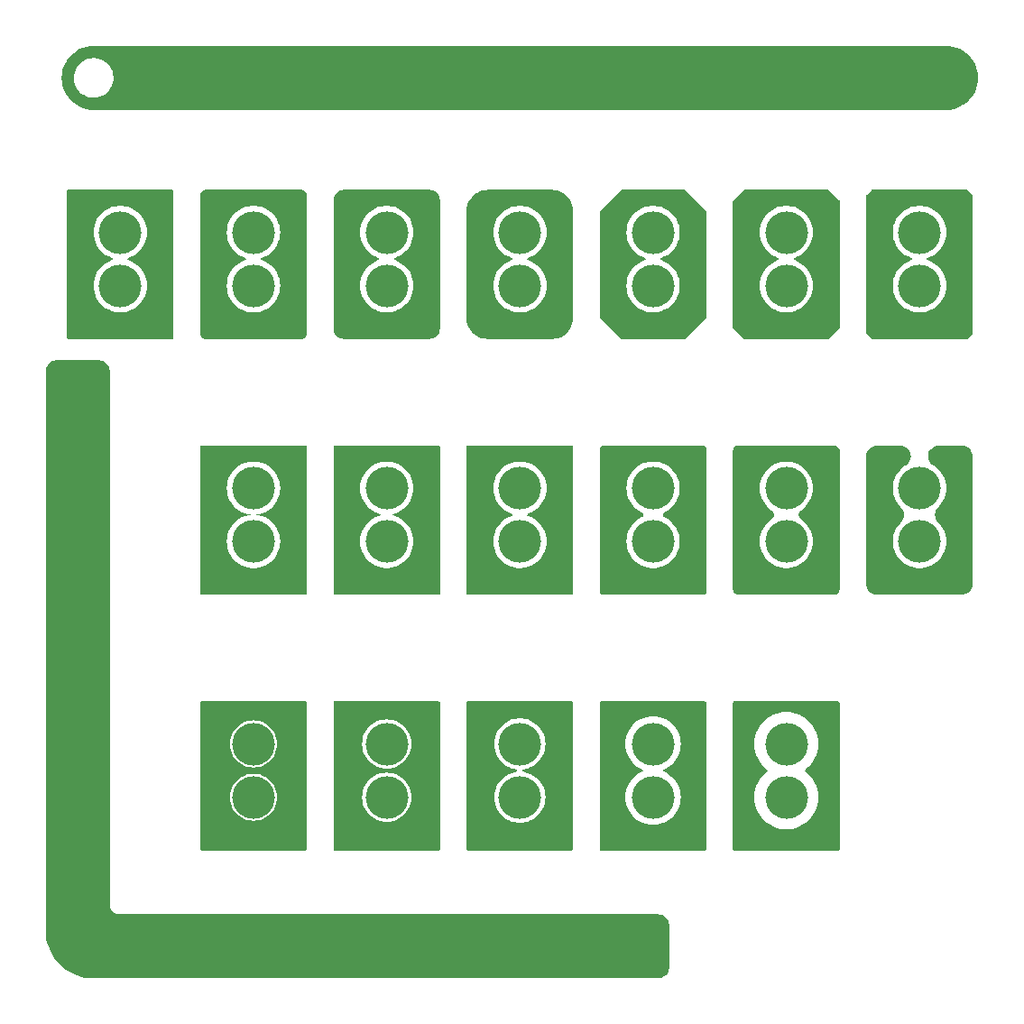
<source format=gtl>
G04 #@! TF.GenerationSoftware,KiCad,Pcbnew,7.0.8*
G04 #@! TF.CreationDate,2023-10-17T14:12:28+02:00*
G04 #@! TF.ProjectId,pour_fillet,706f7572-5f66-4696-9c6c-65742e6b6963,rev?*
G04 #@! TF.SameCoordinates,Original*
G04 #@! TF.FileFunction,Copper,L1,Top*
G04 #@! TF.FilePolarity,Positive*
%FSLAX46Y46*%
G04 Gerber Fmt 4.6, Leading zero omitted, Abs format (unit mm)*
G04 Created by KiCad (PCBNEW 7.0.8) date 2023-10-17 14:12:28*
%MOMM*%
%LPD*%
G01*
G04 APERTURE LIST*
G04 #@! TA.AperFunction,SMDPad,CuDef*
%ADD10C,4.000000*%
G04 #@! TD*
G04 APERTURE END LIST*
D10*
X105000000Y-120000000D03*
X80000000Y-67000000D03*
X130000000Y-67000000D03*
X92500000Y-91000000D03*
X117500000Y-72000000D03*
X92500000Y-115000000D03*
X92500000Y-67000000D03*
X155000000Y-96000000D03*
X142500000Y-115000000D03*
X105000000Y-91000000D03*
X142500000Y-96000000D03*
X105000000Y-67000000D03*
X92500000Y-96000000D03*
X130000000Y-91000000D03*
X142500000Y-120000000D03*
X105000000Y-115000000D03*
X130000000Y-120000000D03*
X130000000Y-96000000D03*
X117500000Y-67000000D03*
X155000000Y-91000000D03*
X117500000Y-91000000D03*
X130000000Y-115000000D03*
X142500000Y-91000000D03*
X155000000Y-72000000D03*
X80000000Y-72000000D03*
X130000000Y-72000000D03*
X92500000Y-72000000D03*
X92500000Y-120000000D03*
X105000000Y-96000000D03*
X105000000Y-72000000D03*
X142500000Y-67000000D03*
X142500000Y-72000000D03*
X155000000Y-67000000D03*
X117500000Y-120000000D03*
X117500000Y-96000000D03*
X117500000Y-115000000D03*
G04 #@! TA.AperFunction,NonConductor*
G36*
X133015677Y-63019685D02*
G01*
X133036319Y-63036319D01*
X134963681Y-64963681D01*
X134997166Y-65025004D01*
X135000000Y-65051362D01*
X135000000Y-74948638D01*
X134980315Y-75015677D01*
X134963681Y-75036319D01*
X133036319Y-76963681D01*
X132974996Y-76997166D01*
X132948638Y-77000000D01*
X127051362Y-77000000D01*
X126984323Y-76980315D01*
X126963681Y-76963681D01*
X125036319Y-75036319D01*
X125002834Y-74974996D01*
X125000000Y-74948638D01*
X125000000Y-72000005D01*
X127494556Y-72000005D01*
X127514310Y-72314004D01*
X127514311Y-72314011D01*
X127573270Y-72623083D01*
X127670497Y-72922316D01*
X127670499Y-72922321D01*
X127804461Y-73207003D01*
X127804464Y-73207009D01*
X127973051Y-73472661D01*
X127973054Y-73472665D01*
X128173606Y-73715090D01*
X128173608Y-73715092D01*
X128402968Y-73930476D01*
X128402978Y-73930484D01*
X128657504Y-74115408D01*
X128657509Y-74115410D01*
X128657516Y-74115416D01*
X128933234Y-74266994D01*
X128933239Y-74266996D01*
X128933241Y-74266997D01*
X128933242Y-74266998D01*
X129225771Y-74382818D01*
X129225774Y-74382819D01*
X129530523Y-74461065D01*
X129530527Y-74461066D01*
X129596010Y-74469338D01*
X129842670Y-74500499D01*
X129842679Y-74500499D01*
X129842682Y-74500500D01*
X129842684Y-74500500D01*
X130157316Y-74500500D01*
X130157318Y-74500500D01*
X130157321Y-74500499D01*
X130157329Y-74500499D01*
X130343593Y-74476968D01*
X130469473Y-74461066D01*
X130774225Y-74382819D01*
X130774228Y-74382818D01*
X131066757Y-74266998D01*
X131066758Y-74266997D01*
X131066756Y-74266997D01*
X131066766Y-74266994D01*
X131342484Y-74115416D01*
X131597030Y-73930478D01*
X131826390Y-73715094D01*
X132026947Y-73472663D01*
X132195537Y-73207007D01*
X132329503Y-72922315D01*
X132426731Y-72623079D01*
X132485688Y-72314015D01*
X132505444Y-72000000D01*
X132485688Y-71685985D01*
X132426731Y-71376921D01*
X132329503Y-71077685D01*
X132195537Y-70792993D01*
X132026947Y-70527337D01*
X132026945Y-70527334D01*
X131826393Y-70284909D01*
X131826391Y-70284907D01*
X131597031Y-70069523D01*
X131597021Y-70069515D01*
X131342495Y-69884591D01*
X131342488Y-69884586D01*
X131342484Y-69884584D01*
X131066766Y-69733006D01*
X131066763Y-69733004D01*
X131066758Y-69733002D01*
X131066757Y-69733001D01*
X130770602Y-69615746D01*
X130771186Y-69614269D01*
X130718870Y-69578508D01*
X130691661Y-69514154D01*
X130703565Y-69445306D01*
X130750801Y-69393823D01*
X130770778Y-69384699D01*
X130770602Y-69384254D01*
X131066757Y-69266998D01*
X131066758Y-69266997D01*
X131066756Y-69266997D01*
X131066766Y-69266994D01*
X131342484Y-69115416D01*
X131597030Y-68930478D01*
X131826390Y-68715094D01*
X132026947Y-68472663D01*
X132195537Y-68207007D01*
X132329503Y-67922315D01*
X132426731Y-67623079D01*
X132485688Y-67314015D01*
X132505444Y-67000000D01*
X132485688Y-66685985D01*
X132426731Y-66376921D01*
X132329503Y-66077685D01*
X132195537Y-65792993D01*
X132026947Y-65527337D01*
X132026945Y-65527334D01*
X131826393Y-65284909D01*
X131826391Y-65284907D01*
X131597031Y-65069523D01*
X131597021Y-65069515D01*
X131342495Y-64884591D01*
X131342488Y-64884586D01*
X131342484Y-64884584D01*
X131066766Y-64733006D01*
X131066763Y-64733004D01*
X131066758Y-64733002D01*
X131066757Y-64733001D01*
X130774228Y-64617181D01*
X130774225Y-64617180D01*
X130469476Y-64538934D01*
X130469463Y-64538932D01*
X130157329Y-64499500D01*
X130157318Y-64499500D01*
X129842682Y-64499500D01*
X129842670Y-64499500D01*
X129530536Y-64538932D01*
X129530523Y-64538934D01*
X129225774Y-64617180D01*
X129225771Y-64617181D01*
X128933242Y-64733001D01*
X128933241Y-64733002D01*
X128657516Y-64884584D01*
X128657504Y-64884591D01*
X128402978Y-65069515D01*
X128402968Y-65069523D01*
X128173608Y-65284907D01*
X128173606Y-65284909D01*
X127973054Y-65527334D01*
X127973051Y-65527338D01*
X127804464Y-65792990D01*
X127804461Y-65792996D01*
X127670499Y-66077678D01*
X127670497Y-66077683D01*
X127573270Y-66376916D01*
X127514311Y-66685988D01*
X127514310Y-66685995D01*
X127494556Y-66999994D01*
X127494556Y-67000005D01*
X127514310Y-67314004D01*
X127514311Y-67314011D01*
X127573270Y-67623083D01*
X127670497Y-67922316D01*
X127670499Y-67922321D01*
X127804461Y-68207003D01*
X127804464Y-68207009D01*
X127973051Y-68472661D01*
X127973054Y-68472665D01*
X128173606Y-68715090D01*
X128173608Y-68715092D01*
X128402968Y-68930476D01*
X128402978Y-68930484D01*
X128657504Y-69115408D01*
X128657509Y-69115410D01*
X128657516Y-69115416D01*
X128933234Y-69266994D01*
X128933239Y-69266996D01*
X128933241Y-69266997D01*
X128933242Y-69266998D01*
X129229398Y-69384254D01*
X129228815Y-69385724D01*
X129281146Y-69421512D01*
X129308341Y-69485872D01*
X129296422Y-69554718D01*
X129249175Y-69606191D01*
X129229222Y-69615303D01*
X129229398Y-69615746D01*
X128933242Y-69733001D01*
X128933241Y-69733002D01*
X128657516Y-69884584D01*
X128657504Y-69884591D01*
X128402978Y-70069515D01*
X128402968Y-70069523D01*
X128173608Y-70284907D01*
X128173606Y-70284909D01*
X127973054Y-70527334D01*
X127973051Y-70527338D01*
X127804464Y-70792990D01*
X127804461Y-70792996D01*
X127670499Y-71077678D01*
X127670497Y-71077683D01*
X127573270Y-71376916D01*
X127514311Y-71685988D01*
X127514310Y-71685995D01*
X127494556Y-71999994D01*
X127494556Y-72000005D01*
X125000000Y-72000005D01*
X125000000Y-65051362D01*
X125019685Y-64984323D01*
X125036319Y-64963681D01*
X126963681Y-63036319D01*
X127025004Y-63002834D01*
X127051362Y-63000000D01*
X132948638Y-63000000D01*
X133015677Y-63019685D01*
G37*
G04 #@! TD.AperFunction*
G04 #@! TA.AperFunction,NonConductor*
G36*
X97496632Y-87003368D02*
G01*
X97500000Y-87011500D01*
X97500000Y-100988500D01*
X97496632Y-100996632D01*
X97488500Y-101000000D01*
X87511500Y-101000000D01*
X87503368Y-100996632D01*
X87500000Y-100988500D01*
X87500000Y-96000004D01*
X89994556Y-96000004D01*
X90014311Y-96314011D01*
X90073266Y-96623067D01*
X90073269Y-96623082D01*
X90149134Y-96856569D01*
X90170497Y-96922315D01*
X90233951Y-97057162D01*
X90304461Y-97207004D01*
X90473054Y-97472665D01*
X90673609Y-97715094D01*
X90902961Y-97930470D01*
X90902970Y-97930478D01*
X91157516Y-98115416D01*
X91433234Y-98266994D01*
X91725775Y-98382819D01*
X92030527Y-98461066D01*
X92030535Y-98461067D01*
X92342668Y-98500499D01*
X92342680Y-98500499D01*
X92342682Y-98500500D01*
X92342683Y-98500500D01*
X92657317Y-98500500D01*
X92657318Y-98500500D01*
X92657319Y-98500499D01*
X92657331Y-98500499D01*
X92914604Y-98467997D01*
X92969473Y-98461066D01*
X93274225Y-98382819D01*
X93566766Y-98266994D01*
X93842484Y-98115416D01*
X94097030Y-97930478D01*
X94326390Y-97715094D01*
X94526947Y-97472663D01*
X94695537Y-97207007D01*
X94829503Y-96922315D01*
X94926731Y-96623079D01*
X94985688Y-96314015D01*
X95005444Y-96000000D01*
X94985688Y-95685985D01*
X94926731Y-95376921D01*
X94829503Y-95077685D01*
X94695537Y-94792993D01*
X94526947Y-94527337D01*
X94526945Y-94527334D01*
X94326390Y-94284905D01*
X94097038Y-94069529D01*
X94097035Y-94069527D01*
X94097030Y-94069522D01*
X93842484Y-93884584D01*
X93566766Y-93733006D01*
X93274225Y-93617181D01*
X92969473Y-93538934D01*
X92969472Y-93538933D01*
X92969464Y-93538932D01*
X92751588Y-93511409D01*
X92743942Y-93507048D01*
X92741620Y-93498559D01*
X92745981Y-93490913D01*
X92751588Y-93488591D01*
X92809720Y-93481247D01*
X92969473Y-93461066D01*
X93274225Y-93382819D01*
X93566766Y-93266994D01*
X93842484Y-93115416D01*
X94097030Y-92930478D01*
X94326390Y-92715094D01*
X94526947Y-92472663D01*
X94695537Y-92207007D01*
X94829503Y-91922315D01*
X94926731Y-91623079D01*
X94985688Y-91314015D01*
X95005444Y-91000000D01*
X94985688Y-90685985D01*
X94926731Y-90376921D01*
X94829503Y-90077685D01*
X94695537Y-89792993D01*
X94526947Y-89527337D01*
X94526945Y-89527334D01*
X94326390Y-89284905D01*
X94097038Y-89069529D01*
X94097035Y-89069527D01*
X94097030Y-89069522D01*
X93842484Y-88884584D01*
X93566766Y-88733006D01*
X93274225Y-88617181D01*
X92969473Y-88538934D01*
X92969472Y-88538933D01*
X92969464Y-88538932D01*
X92657331Y-88499500D01*
X92657318Y-88499500D01*
X92342682Y-88499500D01*
X92342668Y-88499500D01*
X92030535Y-88538932D01*
X92030522Y-88538935D01*
X91725774Y-88617181D01*
X91433238Y-88733004D01*
X91433233Y-88733006D01*
X91157517Y-88884583D01*
X91157516Y-88884584D01*
X90902970Y-89069522D01*
X90902967Y-89069524D01*
X90902961Y-89069529D01*
X90673609Y-89284905D01*
X90473054Y-89527334D01*
X90304461Y-89792995D01*
X90170498Y-90077683D01*
X90170495Y-90077691D01*
X90073269Y-90376917D01*
X90073266Y-90376932D01*
X90014311Y-90685988D01*
X89994556Y-90999995D01*
X89994556Y-91000004D01*
X90014311Y-91314011D01*
X90073266Y-91623067D01*
X90073269Y-91623082D01*
X90149134Y-91856569D01*
X90170497Y-91922315D01*
X90233951Y-92057162D01*
X90304461Y-92207004D01*
X90473054Y-92472665D01*
X90673609Y-92715094D01*
X90902961Y-92930470D01*
X90902970Y-92930478D01*
X91157516Y-93115416D01*
X91433234Y-93266994D01*
X91725775Y-93382819D01*
X92030527Y-93461066D01*
X92030535Y-93461067D01*
X92248410Y-93488591D01*
X92256056Y-93492952D01*
X92258378Y-93501441D01*
X92254017Y-93509087D01*
X92248410Y-93511409D01*
X92030535Y-93538932D01*
X92030522Y-93538935D01*
X91725774Y-93617181D01*
X91433238Y-93733004D01*
X91433233Y-93733006D01*
X91157517Y-93884583D01*
X91157516Y-93884584D01*
X90902970Y-94069522D01*
X90902967Y-94069524D01*
X90902961Y-94069529D01*
X90673609Y-94284905D01*
X90473054Y-94527334D01*
X90304461Y-94792995D01*
X90170498Y-95077683D01*
X90170495Y-95077691D01*
X90073269Y-95376917D01*
X90073266Y-95376932D01*
X90014311Y-95685988D01*
X89994556Y-95999995D01*
X89994556Y-96000004D01*
X87500000Y-96000004D01*
X87500000Y-87011500D01*
X87503368Y-87003368D01*
X87511500Y-87000000D01*
X97488500Y-87000000D01*
X97496632Y-87003368D01*
G37*
G04 #@! TD.AperFunction*
G04 #@! TA.AperFunction,NonConductor*
G36*
X134943039Y-111019685D02*
G01*
X134988794Y-111072489D01*
X135000000Y-111124000D01*
X135000000Y-124876000D01*
X134980315Y-124943039D01*
X134927511Y-124988794D01*
X134876000Y-125000000D01*
X125124000Y-125000000D01*
X125056961Y-124980315D01*
X125011206Y-124927511D01*
X125000000Y-124876000D01*
X125000000Y-120000000D01*
X127394747Y-120000000D01*
X127413741Y-120314023D01*
X127413741Y-120314028D01*
X127413742Y-120314029D01*
X127470451Y-120623478D01*
X127470452Y-120623482D01*
X127470453Y-120623486D01*
X127564039Y-120923816D01*
X127564043Y-120923827D01*
X127564044Y-120923830D01*
X127564046Y-120923835D01*
X127693163Y-121210721D01*
X127855919Y-121479952D01*
X127855924Y-121479960D01*
X128049942Y-121727605D01*
X128272394Y-121950057D01*
X128520039Y-122144075D01*
X128520044Y-122144078D01*
X128520048Y-122144081D01*
X128789279Y-122306837D01*
X129076165Y-122435954D01*
X129076175Y-122435957D01*
X129076183Y-122435960D01*
X129276403Y-122498350D01*
X129376522Y-122529549D01*
X129685971Y-122586258D01*
X130000000Y-122605253D01*
X130314029Y-122586258D01*
X130623478Y-122529549D01*
X130923835Y-122435954D01*
X131210721Y-122306837D01*
X131479952Y-122144081D01*
X131727602Y-121950060D01*
X131950060Y-121727602D01*
X132144081Y-121479952D01*
X132306837Y-121210721D01*
X132435954Y-120923835D01*
X132529549Y-120623478D01*
X132586258Y-120314029D01*
X132605253Y-120000000D01*
X132586258Y-119685971D01*
X132529549Y-119376522D01*
X132435954Y-119076165D01*
X132306837Y-118789279D01*
X132144081Y-118520048D01*
X132144078Y-118520044D01*
X132144075Y-118520039D01*
X131950057Y-118272394D01*
X131727605Y-118049942D01*
X131479960Y-117855924D01*
X131479952Y-117855919D01*
X131210721Y-117693163D01*
X131032770Y-117613073D01*
X130979719Y-117567612D01*
X130959666Y-117500681D01*
X130978982Y-117433535D01*
X131031533Y-117387490D01*
X131032624Y-117386991D01*
X131210721Y-117306837D01*
X131479952Y-117144081D01*
X131727602Y-116950060D01*
X131950060Y-116727602D01*
X132144081Y-116479952D01*
X132306837Y-116210721D01*
X132435954Y-115923835D01*
X132529549Y-115623478D01*
X132586258Y-115314029D01*
X132605253Y-115000000D01*
X132586258Y-114685971D01*
X132529549Y-114376522D01*
X132435954Y-114076165D01*
X132306837Y-113789279D01*
X132144081Y-113520048D01*
X132144078Y-113520044D01*
X132144075Y-113520039D01*
X131950057Y-113272394D01*
X131727605Y-113049942D01*
X131479960Y-112855924D01*
X131479952Y-112855919D01*
X131210721Y-112693163D01*
X130923835Y-112564046D01*
X130923830Y-112564044D01*
X130923827Y-112564043D01*
X130923816Y-112564039D01*
X130623486Y-112470453D01*
X130623482Y-112470452D01*
X130623478Y-112470451D01*
X130314029Y-112413742D01*
X130314028Y-112413741D01*
X130314023Y-112413741D01*
X130000000Y-112394747D01*
X129685976Y-112413741D01*
X129685971Y-112413742D01*
X129376522Y-112470451D01*
X129376519Y-112470451D01*
X129376513Y-112470453D01*
X129076183Y-112564039D01*
X129076172Y-112564043D01*
X128789283Y-112693161D01*
X128789281Y-112693162D01*
X128520039Y-112855924D01*
X128272394Y-113049942D01*
X128049942Y-113272394D01*
X127855924Y-113520039D01*
X127693162Y-113789281D01*
X127693161Y-113789283D01*
X127564043Y-114076172D01*
X127564039Y-114076183D01*
X127470453Y-114376513D01*
X127413741Y-114685976D01*
X127394747Y-115000000D01*
X127413741Y-115314023D01*
X127413741Y-115314028D01*
X127413742Y-115314029D01*
X127470451Y-115623478D01*
X127470452Y-115623482D01*
X127470453Y-115623486D01*
X127564039Y-115923816D01*
X127564043Y-115923827D01*
X127564044Y-115923830D01*
X127564046Y-115923835D01*
X127693163Y-116210721D01*
X127855919Y-116479952D01*
X127855924Y-116479960D01*
X128049942Y-116727605D01*
X128272394Y-116950057D01*
X128520039Y-117144075D01*
X128520044Y-117144078D01*
X128520048Y-117144081D01*
X128789279Y-117306837D01*
X128967227Y-117386925D01*
X129020281Y-117432388D01*
X129040333Y-117499319D01*
X129021017Y-117566465D01*
X128968465Y-117612510D01*
X128967300Y-117613042D01*
X128840008Y-117670331D01*
X128789283Y-117693161D01*
X128789281Y-117693162D01*
X128520039Y-117855924D01*
X128272394Y-118049942D01*
X128049942Y-118272394D01*
X127855924Y-118520039D01*
X127693162Y-118789281D01*
X127693161Y-118789283D01*
X127564043Y-119076172D01*
X127564039Y-119076183D01*
X127470453Y-119376513D01*
X127413741Y-119685976D01*
X127394747Y-120000000D01*
X125000000Y-120000000D01*
X125000000Y-111124000D01*
X125019685Y-111056961D01*
X125072489Y-111011206D01*
X125124000Y-111000000D01*
X134876000Y-111000000D01*
X134943039Y-111019685D01*
G37*
G04 #@! TD.AperFunction*
G04 #@! TA.AperFunction,NonConductor*
G36*
X122443039Y-111019685D02*
G01*
X122488794Y-111072489D01*
X122500000Y-111124000D01*
X122500000Y-124876000D01*
X122480315Y-124943039D01*
X122427511Y-124988794D01*
X122376000Y-125000000D01*
X112624000Y-125000000D01*
X112556961Y-124980315D01*
X112511206Y-124927511D01*
X112500000Y-124876000D01*
X112500000Y-120000005D01*
X115094754Y-120000005D01*
X115113718Y-120301446D01*
X115113719Y-120301453D01*
X115170320Y-120598164D01*
X115263659Y-120885431D01*
X115263661Y-120885436D01*
X115392265Y-121158732D01*
X115392268Y-121158738D01*
X115554111Y-121413763D01*
X115746652Y-121646505D01*
X115966836Y-121853272D01*
X115966846Y-121853280D01*
X116211193Y-122030808D01*
X116211198Y-122030810D01*
X116211205Y-122030816D01*
X116475896Y-122176332D01*
X116475901Y-122176334D01*
X116475903Y-122176335D01*
X116475904Y-122176336D01*
X116756734Y-122287524D01*
X116756737Y-122287525D01*
X116854259Y-122312564D01*
X117049302Y-122362642D01*
X117196039Y-122381179D01*
X117348963Y-122400499D01*
X117348969Y-122400499D01*
X117348973Y-122400500D01*
X117348975Y-122400500D01*
X117651025Y-122400500D01*
X117651027Y-122400500D01*
X117651032Y-122400499D01*
X117651036Y-122400499D01*
X117730591Y-122390448D01*
X117950698Y-122362642D01*
X118243262Y-122287525D01*
X118243265Y-122287524D01*
X118524095Y-122176336D01*
X118524096Y-122176335D01*
X118524094Y-122176335D01*
X118524104Y-122176332D01*
X118788795Y-122030816D01*
X119033162Y-121853274D01*
X119253349Y-121646504D01*
X119445885Y-121413768D01*
X119607733Y-121158736D01*
X119736341Y-120885430D01*
X119829681Y-120598160D01*
X119886280Y-120301457D01*
X119905246Y-120000000D01*
X119886280Y-119698543D01*
X119829681Y-119401840D01*
X119736341Y-119114570D01*
X119607733Y-118841264D01*
X119445885Y-118586232D01*
X119253349Y-118353496D01*
X119033162Y-118146726D01*
X119033159Y-118146724D01*
X119033153Y-118146719D01*
X118788806Y-117969191D01*
X118788799Y-117969186D01*
X118788795Y-117969184D01*
X118524104Y-117823668D01*
X118524101Y-117823666D01*
X118524096Y-117823664D01*
X118524095Y-117823663D01*
X118243265Y-117712475D01*
X118243262Y-117712474D01*
X117950695Y-117637357D01*
X117837222Y-117623022D01*
X117773179Y-117595090D01*
X117734403Y-117536968D01*
X117733206Y-117467109D01*
X117769968Y-117407692D01*
X117833017Y-117377583D01*
X117837222Y-117376978D01*
X117892805Y-117369955D01*
X117950698Y-117362642D01*
X118243262Y-117287525D01*
X118243265Y-117287524D01*
X118524095Y-117176336D01*
X118524096Y-117176335D01*
X118524094Y-117176335D01*
X118524104Y-117176332D01*
X118788795Y-117030816D01*
X119033162Y-116853274D01*
X119253349Y-116646504D01*
X119445885Y-116413768D01*
X119607733Y-116158736D01*
X119736341Y-115885430D01*
X119829681Y-115598160D01*
X119886280Y-115301457D01*
X119905246Y-115000000D01*
X119886280Y-114698543D01*
X119829681Y-114401840D01*
X119736341Y-114114570D01*
X119607733Y-113841264D01*
X119445885Y-113586232D01*
X119253349Y-113353496D01*
X119033162Y-113146726D01*
X119033159Y-113146724D01*
X119033153Y-113146719D01*
X118788806Y-112969191D01*
X118788799Y-112969186D01*
X118788795Y-112969184D01*
X118524104Y-112823668D01*
X118524101Y-112823666D01*
X118524096Y-112823664D01*
X118524095Y-112823663D01*
X118243265Y-112712475D01*
X118243262Y-112712474D01*
X117950695Y-112637357D01*
X117651036Y-112599500D01*
X117651027Y-112599500D01*
X117348973Y-112599500D01*
X117348963Y-112599500D01*
X117049304Y-112637357D01*
X116756737Y-112712474D01*
X116756734Y-112712475D01*
X116475904Y-112823663D01*
X116475903Y-112823664D01*
X116211205Y-112969184D01*
X116211193Y-112969191D01*
X115966846Y-113146719D01*
X115966836Y-113146727D01*
X115746652Y-113353494D01*
X115554111Y-113586236D01*
X115392268Y-113841261D01*
X115392265Y-113841267D01*
X115263661Y-114114563D01*
X115263659Y-114114568D01*
X115170320Y-114401835D01*
X115113719Y-114698546D01*
X115113718Y-114698553D01*
X115094754Y-114999994D01*
X115094754Y-115000005D01*
X115113718Y-115301446D01*
X115113719Y-115301453D01*
X115170320Y-115598164D01*
X115263659Y-115885431D01*
X115263661Y-115885436D01*
X115392265Y-116158732D01*
X115392268Y-116158738D01*
X115554111Y-116413763D01*
X115746652Y-116646505D01*
X115966836Y-116853272D01*
X115966846Y-116853280D01*
X116211193Y-117030808D01*
X116211198Y-117030810D01*
X116211205Y-117030816D01*
X116475896Y-117176332D01*
X116475901Y-117176334D01*
X116475903Y-117176335D01*
X116475904Y-117176336D01*
X116756734Y-117287524D01*
X116756737Y-117287525D01*
X116854259Y-117312564D01*
X117049302Y-117362642D01*
X117087897Y-117367517D01*
X117162777Y-117376978D01*
X117226820Y-117404910D01*
X117265596Y-117463032D01*
X117266793Y-117532891D01*
X117230031Y-117592308D01*
X117166982Y-117622418D01*
X117162777Y-117623022D01*
X117049304Y-117637357D01*
X116756737Y-117712474D01*
X116756734Y-117712475D01*
X116475904Y-117823663D01*
X116475903Y-117823664D01*
X116211205Y-117969184D01*
X116211193Y-117969191D01*
X115966846Y-118146719D01*
X115966836Y-118146727D01*
X115746652Y-118353494D01*
X115554111Y-118586236D01*
X115392268Y-118841261D01*
X115392265Y-118841267D01*
X115263661Y-119114563D01*
X115263659Y-119114568D01*
X115170320Y-119401835D01*
X115113719Y-119698546D01*
X115113718Y-119698553D01*
X115094754Y-119999994D01*
X115094754Y-120000005D01*
X112500000Y-120000005D01*
X112500000Y-111124000D01*
X112519685Y-111056961D01*
X112572489Y-111011206D01*
X112624000Y-111000000D01*
X122376000Y-111000000D01*
X122443039Y-111019685D01*
G37*
G04 #@! TD.AperFunction*
G04 #@! TA.AperFunction,NonConductor*
G36*
X97004031Y-63000530D02*
G01*
X97095879Y-63012622D01*
X97113223Y-63014906D01*
X97144491Y-63023284D01*
X97234918Y-63060740D01*
X97262952Y-63076925D01*
X97340602Y-63136509D01*
X97363491Y-63159398D01*
X97423074Y-63237048D01*
X97439259Y-63265081D01*
X97476715Y-63355508D01*
X97485093Y-63386775D01*
X97499469Y-63495964D01*
X97500000Y-63504065D01*
X97500000Y-76495934D01*
X97499469Y-76504035D01*
X97485093Y-76613224D01*
X97476715Y-76644491D01*
X97439259Y-76734918D01*
X97423074Y-76762951D01*
X97363491Y-76840601D01*
X97340601Y-76863491D01*
X97262951Y-76923074D01*
X97234918Y-76939259D01*
X97144491Y-76976715D01*
X97113224Y-76985093D01*
X97024783Y-76996737D01*
X97004031Y-76999469D01*
X96995934Y-77000000D01*
X88004066Y-77000000D01*
X87995968Y-76999469D01*
X87972457Y-76996374D01*
X87886775Y-76985093D01*
X87855508Y-76976715D01*
X87765081Y-76939259D01*
X87737048Y-76923074D01*
X87659398Y-76863491D01*
X87636508Y-76840601D01*
X87576925Y-76762951D01*
X87560740Y-76734918D01*
X87523284Y-76644491D01*
X87514906Y-76613223D01*
X87500531Y-76504035D01*
X87500000Y-76495933D01*
X87500000Y-72000005D01*
X89994556Y-72000005D01*
X90014310Y-72314004D01*
X90014311Y-72314011D01*
X90073270Y-72623083D01*
X90170497Y-72922316D01*
X90170499Y-72922321D01*
X90304461Y-73207003D01*
X90304464Y-73207009D01*
X90473051Y-73472661D01*
X90473054Y-73472665D01*
X90673606Y-73715090D01*
X90673608Y-73715092D01*
X90902968Y-73930476D01*
X90902978Y-73930484D01*
X91157504Y-74115408D01*
X91157509Y-74115410D01*
X91157516Y-74115416D01*
X91433234Y-74266994D01*
X91433239Y-74266996D01*
X91433241Y-74266997D01*
X91433242Y-74266998D01*
X91725771Y-74382818D01*
X91725774Y-74382819D01*
X92030523Y-74461065D01*
X92030527Y-74461066D01*
X92096010Y-74469338D01*
X92342670Y-74500499D01*
X92342679Y-74500499D01*
X92342682Y-74500500D01*
X92342684Y-74500500D01*
X92657316Y-74500500D01*
X92657318Y-74500500D01*
X92657321Y-74500499D01*
X92657329Y-74500499D01*
X92843593Y-74476968D01*
X92969473Y-74461066D01*
X93274225Y-74382819D01*
X93274228Y-74382818D01*
X93566757Y-74266998D01*
X93566758Y-74266997D01*
X93566756Y-74266997D01*
X93566766Y-74266994D01*
X93842484Y-74115416D01*
X94097030Y-73930478D01*
X94326390Y-73715094D01*
X94526947Y-73472663D01*
X94695537Y-73207007D01*
X94829503Y-72922315D01*
X94926731Y-72623079D01*
X94985688Y-72314015D01*
X95005444Y-72000000D01*
X94985688Y-71685985D01*
X94926731Y-71376921D01*
X94829503Y-71077685D01*
X94695537Y-70792993D01*
X94526947Y-70527337D01*
X94526945Y-70527334D01*
X94326393Y-70284909D01*
X94326391Y-70284907D01*
X94097031Y-70069523D01*
X94097021Y-70069515D01*
X93842495Y-69884591D01*
X93842488Y-69884586D01*
X93842484Y-69884584D01*
X93566766Y-69733006D01*
X93566763Y-69733004D01*
X93566758Y-69733002D01*
X93566757Y-69733001D01*
X93270602Y-69615746D01*
X93271186Y-69614269D01*
X93218870Y-69578508D01*
X93191661Y-69514154D01*
X93203565Y-69445306D01*
X93250801Y-69393823D01*
X93270778Y-69384699D01*
X93270602Y-69384254D01*
X93566757Y-69266998D01*
X93566758Y-69266997D01*
X93566756Y-69266997D01*
X93566766Y-69266994D01*
X93842484Y-69115416D01*
X94097030Y-68930478D01*
X94326390Y-68715094D01*
X94526947Y-68472663D01*
X94695537Y-68207007D01*
X94829503Y-67922315D01*
X94926731Y-67623079D01*
X94985688Y-67314015D01*
X95005444Y-67000000D01*
X94985688Y-66685985D01*
X94926731Y-66376921D01*
X94829503Y-66077685D01*
X94695537Y-65792993D01*
X94526947Y-65527337D01*
X94526945Y-65527334D01*
X94326393Y-65284909D01*
X94326391Y-65284907D01*
X94097031Y-65069523D01*
X94097021Y-65069515D01*
X93842495Y-64884591D01*
X93842488Y-64884586D01*
X93842484Y-64884584D01*
X93566766Y-64733006D01*
X93566763Y-64733004D01*
X93566758Y-64733002D01*
X93566757Y-64733001D01*
X93274228Y-64617181D01*
X93274225Y-64617180D01*
X92969476Y-64538934D01*
X92969463Y-64538932D01*
X92657329Y-64499500D01*
X92657318Y-64499500D01*
X92342682Y-64499500D01*
X92342670Y-64499500D01*
X92030536Y-64538932D01*
X92030523Y-64538934D01*
X91725774Y-64617180D01*
X91725771Y-64617181D01*
X91433242Y-64733001D01*
X91433241Y-64733002D01*
X91157516Y-64884584D01*
X91157504Y-64884591D01*
X90902978Y-65069515D01*
X90902968Y-65069523D01*
X90673608Y-65284907D01*
X90673606Y-65284909D01*
X90473054Y-65527334D01*
X90473051Y-65527338D01*
X90304464Y-65792990D01*
X90304461Y-65792996D01*
X90170499Y-66077678D01*
X90170497Y-66077683D01*
X90073270Y-66376916D01*
X90014311Y-66685988D01*
X90014310Y-66685995D01*
X89994556Y-66999994D01*
X89994556Y-67000005D01*
X90014310Y-67314004D01*
X90014311Y-67314011D01*
X90073270Y-67623083D01*
X90170497Y-67922316D01*
X90170499Y-67922321D01*
X90304461Y-68207003D01*
X90304464Y-68207009D01*
X90473051Y-68472661D01*
X90473054Y-68472665D01*
X90673606Y-68715090D01*
X90673608Y-68715092D01*
X90902968Y-68930476D01*
X90902978Y-68930484D01*
X91157504Y-69115408D01*
X91157509Y-69115410D01*
X91157516Y-69115416D01*
X91433234Y-69266994D01*
X91433239Y-69266996D01*
X91433241Y-69266997D01*
X91433242Y-69266998D01*
X91729398Y-69384254D01*
X91728815Y-69385724D01*
X91781146Y-69421512D01*
X91808341Y-69485872D01*
X91796422Y-69554718D01*
X91749175Y-69606191D01*
X91729222Y-69615303D01*
X91729398Y-69615746D01*
X91433242Y-69733001D01*
X91433241Y-69733002D01*
X91157516Y-69884584D01*
X91157504Y-69884591D01*
X90902978Y-70069515D01*
X90902968Y-70069523D01*
X90673608Y-70284907D01*
X90673606Y-70284909D01*
X90473054Y-70527334D01*
X90473051Y-70527338D01*
X90304464Y-70792990D01*
X90304461Y-70792996D01*
X90170499Y-71077678D01*
X90170497Y-71077683D01*
X90073270Y-71376916D01*
X90014311Y-71685988D01*
X90014310Y-71685995D01*
X89994556Y-71999994D01*
X89994556Y-72000005D01*
X87500000Y-72000005D01*
X87500000Y-63504066D01*
X87500531Y-63495964D01*
X87514906Y-63386776D01*
X87523284Y-63355508D01*
X87560740Y-63265081D01*
X87576923Y-63237050D01*
X87636513Y-63159392D01*
X87659392Y-63136513D01*
X87737050Y-63076923D01*
X87765079Y-63060740D01*
X87855509Y-63023283D01*
X87886775Y-63014906D01*
X87995967Y-63000530D01*
X88004067Y-63000000D01*
X96995933Y-63000000D01*
X97004031Y-63000530D01*
G37*
G04 #@! TD.AperFunction*
G04 #@! TA.AperFunction,NonConductor*
G36*
X134846288Y-87018954D02*
G01*
X134927070Y-87072930D01*
X134981046Y-87153712D01*
X135000000Y-87249000D01*
X135000000Y-100751000D01*
X134981046Y-100846288D01*
X134927070Y-100927070D01*
X134846288Y-100981046D01*
X134751000Y-101000000D01*
X125249000Y-101000000D01*
X125153712Y-100981046D01*
X125072930Y-100927070D01*
X125018954Y-100846288D01*
X125000000Y-100751000D01*
X125000000Y-96000000D01*
X127494556Y-96000000D01*
X127514312Y-96314017D01*
X127514314Y-96314033D01*
X127573267Y-96623070D01*
X127573270Y-96623083D01*
X127670495Y-96922311D01*
X127670497Y-96922315D01*
X127804463Y-97207007D01*
X127973053Y-97472663D01*
X128173610Y-97715094D01*
X128402970Y-97930478D01*
X128402973Y-97930480D01*
X128402975Y-97930482D01*
X128657503Y-98115407D01*
X128657507Y-98115410D01*
X128657516Y-98115416D01*
X128933234Y-98266994D01*
X129225775Y-98382819D01*
X129530527Y-98461066D01*
X129842682Y-98500500D01*
X129842687Y-98500500D01*
X130157313Y-98500500D01*
X130157318Y-98500500D01*
X130469473Y-98461066D01*
X130774225Y-98382819D01*
X131066766Y-98266994D01*
X131342484Y-98115416D01*
X131597030Y-97930478D01*
X131826390Y-97715094D01*
X132026947Y-97472663D01*
X132195537Y-97207007D01*
X132329503Y-96922315D01*
X132426731Y-96623079D01*
X132485688Y-96314015D01*
X132505444Y-96000000D01*
X132485688Y-95685985D01*
X132485686Y-95685975D01*
X132485685Y-95685966D01*
X132453688Y-95518237D01*
X132426731Y-95376921D01*
X132329503Y-95077685D01*
X132195537Y-94792993D01*
X132026947Y-94527337D01*
X131826390Y-94284906D01*
X131597030Y-94069522D01*
X131597027Y-94069519D01*
X131597024Y-94069517D01*
X131342496Y-93884592D01*
X131342485Y-93884585D01*
X131342486Y-93884585D01*
X131342484Y-93884584D01*
X131066766Y-93733006D01*
X131063003Y-93731516D01*
X131061396Y-93730479D01*
X131059682Y-93729672D01*
X131059790Y-93729441D01*
X130981383Y-93678817D01*
X130926143Y-93598894D01*
X130905693Y-93503916D01*
X130923146Y-93408341D01*
X130975845Y-93326721D01*
X131055768Y-93271481D01*
X131063003Y-93268484D01*
X131063421Y-93268318D01*
X131066766Y-93266994D01*
X131342484Y-93115416D01*
X131597030Y-92930478D01*
X131826390Y-92715094D01*
X132026947Y-92472663D01*
X132195537Y-92207007D01*
X132329503Y-91922315D01*
X132426731Y-91623079D01*
X132485688Y-91314015D01*
X132505444Y-91000000D01*
X132485688Y-90685985D01*
X132485686Y-90685975D01*
X132485685Y-90685966D01*
X132453688Y-90518237D01*
X132426731Y-90376921D01*
X132329503Y-90077685D01*
X132195537Y-89792993D01*
X132026947Y-89527337D01*
X131826390Y-89284906D01*
X131597030Y-89069522D01*
X131597027Y-89069519D01*
X131597024Y-89069517D01*
X131342496Y-88884592D01*
X131342485Y-88884585D01*
X131342486Y-88884585D01*
X131342484Y-88884584D01*
X131229581Y-88822515D01*
X131066769Y-88733007D01*
X131010692Y-88710804D01*
X130774225Y-88617181D01*
X130774218Y-88617179D01*
X130774215Y-88617178D01*
X130583002Y-88568083D01*
X130469473Y-88538934D01*
X130157318Y-88499500D01*
X129842682Y-88499500D01*
X129530527Y-88538934D01*
X129225784Y-88617178D01*
X129225778Y-88617180D01*
X129225775Y-88617181D01*
X129107541Y-88663992D01*
X128933230Y-88733007D01*
X128657514Y-88884585D01*
X128657503Y-88884592D01*
X128402975Y-89069517D01*
X128173609Y-89284907D01*
X127973051Y-89527339D01*
X127804466Y-89792987D01*
X127670495Y-90077688D01*
X127573270Y-90376916D01*
X127573267Y-90376929D01*
X127514314Y-90685966D01*
X127514312Y-90685982D01*
X127494556Y-91000000D01*
X127514312Y-91314017D01*
X127514314Y-91314033D01*
X127573267Y-91623070D01*
X127573270Y-91623083D01*
X127670495Y-91922311D01*
X127670497Y-91922315D01*
X127804463Y-92207007D01*
X127973053Y-92472663D01*
X128173610Y-92715094D01*
X128402970Y-92930478D01*
X128402973Y-92930480D01*
X128402975Y-92930482D01*
X128657503Y-93115407D01*
X128657507Y-93115410D01*
X128657516Y-93115416D01*
X128933232Y-93266993D01*
X128933234Y-93266994D01*
X128933238Y-93266996D01*
X128937003Y-93268487D01*
X128938607Y-93269523D01*
X128940318Y-93270328D01*
X128940209Y-93270557D01*
X129018622Y-93321189D01*
X129073859Y-93401113D01*
X129094306Y-93496092D01*
X129076850Y-93591666D01*
X129024148Y-93673285D01*
X128944224Y-93728522D01*
X128937003Y-93731513D01*
X128933238Y-93733003D01*
X128933234Y-93733005D01*
X128657514Y-93884585D01*
X128657503Y-93884592D01*
X128402975Y-94069517D01*
X128173609Y-94284907D01*
X127973051Y-94527339D01*
X127804466Y-94792987D01*
X127670495Y-95077688D01*
X127573270Y-95376916D01*
X127573267Y-95376929D01*
X127514314Y-95685966D01*
X127514312Y-95685982D01*
X127494556Y-96000000D01*
X125000000Y-96000000D01*
X125000000Y-87249000D01*
X125018954Y-87153712D01*
X125072930Y-87072930D01*
X125153712Y-87018954D01*
X125249000Y-87000000D01*
X134751000Y-87000000D01*
X134846288Y-87018954D01*
G37*
G04 #@! TD.AperFunction*
G04 #@! TA.AperFunction,NonConductor*
G36*
X159515677Y-63019685D02*
G01*
X159536319Y-63036319D01*
X159963681Y-63463681D01*
X159997166Y-63525004D01*
X160000000Y-63551362D01*
X160000000Y-76448638D01*
X159980315Y-76515677D01*
X159963681Y-76536319D01*
X159536319Y-76963681D01*
X159474996Y-76997166D01*
X159448638Y-77000000D01*
X150551362Y-77000000D01*
X150484323Y-76980315D01*
X150463681Y-76963681D01*
X150036319Y-76536319D01*
X150002834Y-76474996D01*
X150000000Y-76448638D01*
X150000000Y-72000005D01*
X152494556Y-72000005D01*
X152514310Y-72314004D01*
X152514311Y-72314011D01*
X152573270Y-72623083D01*
X152670497Y-72922316D01*
X152670499Y-72922321D01*
X152804461Y-73207003D01*
X152804464Y-73207009D01*
X152973051Y-73472661D01*
X152973054Y-73472665D01*
X153173606Y-73715090D01*
X153173608Y-73715092D01*
X153402968Y-73930476D01*
X153402978Y-73930484D01*
X153657504Y-74115408D01*
X153657509Y-74115410D01*
X153657516Y-74115416D01*
X153933234Y-74266994D01*
X153933239Y-74266996D01*
X153933241Y-74266997D01*
X153933242Y-74266998D01*
X154225771Y-74382818D01*
X154225774Y-74382819D01*
X154530523Y-74461065D01*
X154530527Y-74461066D01*
X154596010Y-74469338D01*
X154842670Y-74500499D01*
X154842679Y-74500499D01*
X154842682Y-74500500D01*
X154842684Y-74500500D01*
X155157316Y-74500500D01*
X155157318Y-74500500D01*
X155157321Y-74500499D01*
X155157329Y-74500499D01*
X155343593Y-74476968D01*
X155469473Y-74461066D01*
X155774225Y-74382819D01*
X155774228Y-74382818D01*
X156066757Y-74266998D01*
X156066758Y-74266997D01*
X156066756Y-74266997D01*
X156066766Y-74266994D01*
X156342484Y-74115416D01*
X156597030Y-73930478D01*
X156826390Y-73715094D01*
X157026947Y-73472663D01*
X157195537Y-73207007D01*
X157329503Y-72922315D01*
X157426731Y-72623079D01*
X157485688Y-72314015D01*
X157505444Y-72000000D01*
X157485688Y-71685985D01*
X157426731Y-71376921D01*
X157329503Y-71077685D01*
X157195537Y-70792993D01*
X157026947Y-70527337D01*
X157026945Y-70527334D01*
X156826393Y-70284909D01*
X156826391Y-70284907D01*
X156597031Y-70069523D01*
X156597021Y-70069515D01*
X156342495Y-69884591D01*
X156342488Y-69884586D01*
X156342484Y-69884584D01*
X156066766Y-69733006D01*
X156066763Y-69733004D01*
X156066758Y-69733002D01*
X156066757Y-69733001D01*
X155770602Y-69615746D01*
X155771186Y-69614269D01*
X155718870Y-69578508D01*
X155691661Y-69514154D01*
X155703565Y-69445306D01*
X155750801Y-69393823D01*
X155770778Y-69384699D01*
X155770602Y-69384254D01*
X156066757Y-69266998D01*
X156066758Y-69266997D01*
X156066756Y-69266997D01*
X156066766Y-69266994D01*
X156342484Y-69115416D01*
X156597030Y-68930478D01*
X156826390Y-68715094D01*
X157026947Y-68472663D01*
X157195537Y-68207007D01*
X157329503Y-67922315D01*
X157426731Y-67623079D01*
X157485688Y-67314015D01*
X157505444Y-67000000D01*
X157485688Y-66685985D01*
X157426731Y-66376921D01*
X157329503Y-66077685D01*
X157195537Y-65792993D01*
X157026947Y-65527337D01*
X157026945Y-65527334D01*
X156826393Y-65284909D01*
X156826391Y-65284907D01*
X156597031Y-65069523D01*
X156597021Y-65069515D01*
X156342495Y-64884591D01*
X156342488Y-64884586D01*
X156342484Y-64884584D01*
X156066766Y-64733006D01*
X156066763Y-64733004D01*
X156066758Y-64733002D01*
X156066757Y-64733001D01*
X155774228Y-64617181D01*
X155774225Y-64617180D01*
X155469476Y-64538934D01*
X155469463Y-64538932D01*
X155157329Y-64499500D01*
X155157318Y-64499500D01*
X154842682Y-64499500D01*
X154842670Y-64499500D01*
X154530536Y-64538932D01*
X154530523Y-64538934D01*
X154225774Y-64617180D01*
X154225771Y-64617181D01*
X153933242Y-64733001D01*
X153933241Y-64733002D01*
X153657516Y-64884584D01*
X153657504Y-64884591D01*
X153402978Y-65069515D01*
X153402968Y-65069523D01*
X153173608Y-65284907D01*
X153173606Y-65284909D01*
X152973054Y-65527334D01*
X152973051Y-65527338D01*
X152804464Y-65792990D01*
X152804461Y-65792996D01*
X152670499Y-66077678D01*
X152670497Y-66077683D01*
X152573270Y-66376916D01*
X152514311Y-66685988D01*
X152514310Y-66685995D01*
X152494556Y-66999994D01*
X152494556Y-67000005D01*
X152514310Y-67314004D01*
X152514311Y-67314011D01*
X152573270Y-67623083D01*
X152670497Y-67922316D01*
X152670499Y-67922321D01*
X152804461Y-68207003D01*
X152804464Y-68207009D01*
X152973051Y-68472661D01*
X152973054Y-68472665D01*
X153173606Y-68715090D01*
X153173608Y-68715092D01*
X153402968Y-68930476D01*
X153402978Y-68930484D01*
X153657504Y-69115408D01*
X153657509Y-69115410D01*
X153657516Y-69115416D01*
X153933234Y-69266994D01*
X153933239Y-69266996D01*
X153933241Y-69266997D01*
X153933242Y-69266998D01*
X154229398Y-69384254D01*
X154228815Y-69385724D01*
X154281146Y-69421512D01*
X154308341Y-69485872D01*
X154296422Y-69554718D01*
X154249175Y-69606191D01*
X154229222Y-69615303D01*
X154229398Y-69615746D01*
X153933242Y-69733001D01*
X153933241Y-69733002D01*
X153657516Y-69884584D01*
X153657504Y-69884591D01*
X153402978Y-70069515D01*
X153402968Y-70069523D01*
X153173608Y-70284907D01*
X153173606Y-70284909D01*
X152973054Y-70527334D01*
X152973051Y-70527338D01*
X152804464Y-70792990D01*
X152804461Y-70792996D01*
X152670499Y-71077678D01*
X152670497Y-71077683D01*
X152573270Y-71376916D01*
X152514311Y-71685988D01*
X152514310Y-71685995D01*
X152494556Y-71999994D01*
X152494556Y-72000005D01*
X150000000Y-72000005D01*
X150000000Y-63551362D01*
X150019685Y-63484323D01*
X150036319Y-63463681D01*
X150463681Y-63036319D01*
X150525004Y-63002834D01*
X150551362Y-63000000D01*
X159448638Y-63000000D01*
X159515677Y-63019685D01*
G37*
G04 #@! TD.AperFunction*
G04 #@! TA.AperFunction,NonConductor*
G36*
X147443039Y-111019685D02*
G01*
X147488794Y-111072489D01*
X147500000Y-111124000D01*
X147500000Y-124876000D01*
X147480315Y-124943039D01*
X147427511Y-124988794D01*
X147376000Y-125000000D01*
X137624000Y-125000000D01*
X137556961Y-124980315D01*
X137511206Y-124927511D01*
X137500000Y-124876000D01*
X137500000Y-120000003D01*
X139494415Y-120000003D01*
X139514738Y-120348927D01*
X139514739Y-120348938D01*
X139575428Y-120693127D01*
X139575430Y-120693134D01*
X139675674Y-121027972D01*
X139814107Y-121348895D01*
X139814113Y-121348908D01*
X139988870Y-121651597D01*
X140197584Y-121931949D01*
X140197589Y-121931955D01*
X140321463Y-122063253D01*
X140437442Y-122186183D01*
X140613903Y-122334251D01*
X140705186Y-122410847D01*
X140705194Y-122410853D01*
X140997203Y-122602911D01*
X140997207Y-122602913D01*
X141309549Y-122759777D01*
X141637989Y-122879319D01*
X141978086Y-122959923D01*
X142325241Y-123000500D01*
X142325248Y-123000500D01*
X142674752Y-123000500D01*
X142674759Y-123000500D01*
X143021914Y-122959923D01*
X143362011Y-122879319D01*
X143690451Y-122759777D01*
X144002793Y-122602913D01*
X144294811Y-122410849D01*
X144562558Y-122186183D01*
X144802412Y-121931953D01*
X145011130Y-121651596D01*
X145185889Y-121348904D01*
X145324326Y-121027971D01*
X145424569Y-120693136D01*
X145485262Y-120348927D01*
X145505585Y-120000000D01*
X145485262Y-119651073D01*
X145485260Y-119651061D01*
X145424571Y-119306872D01*
X145424569Y-119306865D01*
X145324325Y-118972027D01*
X145185892Y-118651104D01*
X145185889Y-118651096D01*
X145011130Y-118348404D01*
X145011129Y-118348402D01*
X144802415Y-118068050D01*
X144802410Y-118068044D01*
X144686433Y-117945117D01*
X144562558Y-117813817D01*
X144392091Y-117670779D01*
X144301769Y-117594989D01*
X144263067Y-117536818D01*
X144261959Y-117466957D01*
X144298796Y-117407587D01*
X144301769Y-117405011D01*
X144352540Y-117362407D01*
X144562558Y-117186183D01*
X144802412Y-116931953D01*
X145011130Y-116651596D01*
X145185889Y-116348904D01*
X145324326Y-116027971D01*
X145424569Y-115693136D01*
X145485262Y-115348927D01*
X145505585Y-115000000D01*
X145485262Y-114651073D01*
X145485260Y-114651061D01*
X145424571Y-114306872D01*
X145424569Y-114306865D01*
X145324325Y-113972027D01*
X145185892Y-113651104D01*
X145185889Y-113651096D01*
X145011130Y-113348404D01*
X145011129Y-113348402D01*
X144802415Y-113068050D01*
X144802410Y-113068044D01*
X144686433Y-112945117D01*
X144562558Y-112813817D01*
X144414488Y-112689572D01*
X144294813Y-112589152D01*
X144294805Y-112589146D01*
X144002796Y-112397088D01*
X143690458Y-112240226D01*
X143690452Y-112240223D01*
X143362012Y-112120681D01*
X143362009Y-112120680D01*
X143021915Y-112040077D01*
X142978519Y-112035004D01*
X142674759Y-111999500D01*
X142325241Y-111999500D01*
X142021480Y-112035004D01*
X141978085Y-112040077D01*
X141978083Y-112040077D01*
X141637990Y-112120680D01*
X141637987Y-112120681D01*
X141309547Y-112240223D01*
X141309541Y-112240226D01*
X140997203Y-112397088D01*
X140705194Y-112589146D01*
X140705186Y-112589152D01*
X140437442Y-112813817D01*
X140437440Y-112813819D01*
X140197589Y-113068044D01*
X140197584Y-113068050D01*
X139988870Y-113348402D01*
X139814113Y-113651091D01*
X139814107Y-113651104D01*
X139675674Y-113972027D01*
X139575430Y-114306865D01*
X139575428Y-114306872D01*
X139514739Y-114651061D01*
X139514738Y-114651072D01*
X139494415Y-114999996D01*
X139494415Y-115000003D01*
X139514738Y-115348927D01*
X139514739Y-115348938D01*
X139575428Y-115693127D01*
X139575430Y-115693134D01*
X139675674Y-116027972D01*
X139814107Y-116348895D01*
X139814113Y-116348908D01*
X139988870Y-116651597D01*
X140197584Y-116931949D01*
X140197589Y-116931955D01*
X140321463Y-117063253D01*
X140437442Y-117186183D01*
X140551637Y-117282003D01*
X140698230Y-117405011D01*
X140736932Y-117463182D01*
X140738040Y-117533043D01*
X140701203Y-117592413D01*
X140698230Y-117594989D01*
X140437442Y-117813817D01*
X140437440Y-117813819D01*
X140197589Y-118068044D01*
X140197584Y-118068050D01*
X139988870Y-118348402D01*
X139814113Y-118651091D01*
X139814107Y-118651104D01*
X139675674Y-118972027D01*
X139575430Y-119306865D01*
X139575428Y-119306872D01*
X139514739Y-119651061D01*
X139514738Y-119651072D01*
X139494415Y-119999996D01*
X139494415Y-120000003D01*
X137500000Y-120000003D01*
X137500000Y-111124000D01*
X137519685Y-111056961D01*
X137572489Y-111011206D01*
X137624000Y-111000000D01*
X147376000Y-111000000D01*
X147443039Y-111019685D01*
G37*
G04 #@! TD.AperFunction*
G04 #@! TA.AperFunction,NonConductor*
G36*
X84943039Y-63019685D02*
G01*
X84988794Y-63072489D01*
X85000000Y-63124000D01*
X85000000Y-76876000D01*
X84980315Y-76943039D01*
X84927511Y-76988794D01*
X84876000Y-77000000D01*
X75124000Y-77000000D01*
X75056961Y-76980315D01*
X75011206Y-76927511D01*
X75000000Y-76876000D01*
X75000000Y-72000005D01*
X77494556Y-72000005D01*
X77514310Y-72314004D01*
X77514311Y-72314011D01*
X77573270Y-72623083D01*
X77670497Y-72922316D01*
X77670499Y-72922321D01*
X77804461Y-73207003D01*
X77804464Y-73207009D01*
X77973051Y-73472661D01*
X77973054Y-73472665D01*
X78173606Y-73715090D01*
X78173608Y-73715092D01*
X78402968Y-73930476D01*
X78402978Y-73930484D01*
X78657504Y-74115408D01*
X78657509Y-74115410D01*
X78657516Y-74115416D01*
X78933234Y-74266994D01*
X78933239Y-74266996D01*
X78933241Y-74266997D01*
X78933242Y-74266998D01*
X79225771Y-74382818D01*
X79225774Y-74382819D01*
X79530523Y-74461065D01*
X79530527Y-74461066D01*
X79596010Y-74469338D01*
X79842670Y-74500499D01*
X79842679Y-74500499D01*
X79842682Y-74500500D01*
X79842684Y-74500500D01*
X80157316Y-74500500D01*
X80157318Y-74500500D01*
X80157321Y-74500499D01*
X80157329Y-74500499D01*
X80343593Y-74476968D01*
X80469473Y-74461066D01*
X80774225Y-74382819D01*
X80774228Y-74382818D01*
X81066757Y-74266998D01*
X81066758Y-74266997D01*
X81066756Y-74266997D01*
X81066766Y-74266994D01*
X81342484Y-74115416D01*
X81597030Y-73930478D01*
X81826390Y-73715094D01*
X82026947Y-73472663D01*
X82195537Y-73207007D01*
X82329503Y-72922315D01*
X82426731Y-72623079D01*
X82485688Y-72314015D01*
X82505444Y-72000000D01*
X82485688Y-71685985D01*
X82426731Y-71376921D01*
X82329503Y-71077685D01*
X82195537Y-70792993D01*
X82026947Y-70527337D01*
X82026945Y-70527334D01*
X81826393Y-70284909D01*
X81826391Y-70284907D01*
X81597031Y-70069523D01*
X81597021Y-70069515D01*
X81342495Y-69884591D01*
X81342488Y-69884586D01*
X81342484Y-69884584D01*
X81066766Y-69733006D01*
X81066763Y-69733004D01*
X81066758Y-69733002D01*
X81066757Y-69733001D01*
X80770602Y-69615746D01*
X80771186Y-69614269D01*
X80718870Y-69578508D01*
X80691661Y-69514154D01*
X80703565Y-69445306D01*
X80750801Y-69393823D01*
X80770778Y-69384699D01*
X80770602Y-69384254D01*
X81066757Y-69266998D01*
X81066758Y-69266997D01*
X81066756Y-69266997D01*
X81066766Y-69266994D01*
X81342484Y-69115416D01*
X81597030Y-68930478D01*
X81826390Y-68715094D01*
X82026947Y-68472663D01*
X82195537Y-68207007D01*
X82329503Y-67922315D01*
X82426731Y-67623079D01*
X82485688Y-67314015D01*
X82505444Y-67000000D01*
X82485688Y-66685985D01*
X82426731Y-66376921D01*
X82329503Y-66077685D01*
X82195537Y-65792993D01*
X82026947Y-65527337D01*
X82026945Y-65527334D01*
X81826393Y-65284909D01*
X81826391Y-65284907D01*
X81597031Y-65069523D01*
X81597021Y-65069515D01*
X81342495Y-64884591D01*
X81342488Y-64884586D01*
X81342484Y-64884584D01*
X81066766Y-64733006D01*
X81066763Y-64733004D01*
X81066758Y-64733002D01*
X81066757Y-64733001D01*
X80774228Y-64617181D01*
X80774225Y-64617180D01*
X80469476Y-64538934D01*
X80469463Y-64538932D01*
X80157329Y-64499500D01*
X80157318Y-64499500D01*
X79842682Y-64499500D01*
X79842670Y-64499500D01*
X79530536Y-64538932D01*
X79530523Y-64538934D01*
X79225774Y-64617180D01*
X79225771Y-64617181D01*
X78933242Y-64733001D01*
X78933241Y-64733002D01*
X78657516Y-64884584D01*
X78657504Y-64884591D01*
X78402978Y-65069515D01*
X78402968Y-65069523D01*
X78173608Y-65284907D01*
X78173606Y-65284909D01*
X77973054Y-65527334D01*
X77973051Y-65527338D01*
X77804464Y-65792990D01*
X77804461Y-65792996D01*
X77670499Y-66077678D01*
X77670497Y-66077683D01*
X77573270Y-66376916D01*
X77514311Y-66685988D01*
X77514310Y-66685995D01*
X77494556Y-66999994D01*
X77494556Y-67000005D01*
X77514310Y-67314004D01*
X77514311Y-67314011D01*
X77573270Y-67623083D01*
X77670497Y-67922316D01*
X77670499Y-67922321D01*
X77804461Y-68207003D01*
X77804464Y-68207009D01*
X77973051Y-68472661D01*
X77973054Y-68472665D01*
X78173606Y-68715090D01*
X78173608Y-68715092D01*
X78402968Y-68930476D01*
X78402978Y-68930484D01*
X78657504Y-69115408D01*
X78657509Y-69115410D01*
X78657516Y-69115416D01*
X78933234Y-69266994D01*
X78933239Y-69266996D01*
X78933241Y-69266997D01*
X78933242Y-69266998D01*
X79229398Y-69384254D01*
X79228815Y-69385724D01*
X79281146Y-69421512D01*
X79308341Y-69485872D01*
X79296422Y-69554718D01*
X79249175Y-69606191D01*
X79229222Y-69615303D01*
X79229398Y-69615746D01*
X78933242Y-69733001D01*
X78933241Y-69733002D01*
X78657516Y-69884584D01*
X78657504Y-69884591D01*
X78402978Y-70069515D01*
X78402968Y-70069523D01*
X78173608Y-70284907D01*
X78173606Y-70284909D01*
X77973054Y-70527334D01*
X77973051Y-70527338D01*
X77804464Y-70792990D01*
X77804461Y-70792996D01*
X77670499Y-71077678D01*
X77670497Y-71077683D01*
X77573270Y-71376916D01*
X77514311Y-71685988D01*
X77514310Y-71685995D01*
X77494556Y-71999994D01*
X77494556Y-72000005D01*
X75000000Y-72000005D01*
X75000000Y-63124000D01*
X75019685Y-63056961D01*
X75072489Y-63011206D01*
X75124000Y-63000000D01*
X84876000Y-63000000D01*
X84943039Y-63019685D01*
G37*
G04 #@! TD.AperFunction*
G04 #@! TA.AperFunction,NonConductor*
G36*
X147141585Y-87020213D02*
G01*
X147270780Y-87079214D01*
X147378119Y-87172224D01*
X147454906Y-87291708D01*
X147494921Y-87427985D01*
X147500000Y-87499000D01*
X147500000Y-100501000D01*
X147479787Y-100641585D01*
X147420786Y-100770780D01*
X147327776Y-100878119D01*
X147208292Y-100954906D01*
X147072015Y-100994921D01*
X147001000Y-101000000D01*
X137999000Y-101000000D01*
X137858415Y-100979787D01*
X137729220Y-100920786D01*
X137621881Y-100827776D01*
X137545094Y-100708292D01*
X137505079Y-100572015D01*
X137500000Y-100501000D01*
X137500000Y-96000006D01*
X139994556Y-96000006D01*
X140014310Y-96314008D01*
X140014312Y-96314019D01*
X140073267Y-96623073D01*
X140073268Y-96623078D01*
X140170498Y-96922320D01*
X140170501Y-96922326D01*
X140304458Y-97206999D01*
X140304467Y-97207015D01*
X140473047Y-97472655D01*
X140473053Y-97472663D01*
X140673610Y-97715094D01*
X140902970Y-97930478D01*
X141157516Y-98115416D01*
X141433234Y-98266994D01*
X141725775Y-98382819D01*
X142030527Y-98461066D01*
X142342682Y-98500500D01*
X142342685Y-98500500D01*
X142657315Y-98500500D01*
X142657318Y-98500500D01*
X142969473Y-98461066D01*
X143274225Y-98382819D01*
X143566766Y-98266994D01*
X143842484Y-98115416D01*
X144097030Y-97930478D01*
X144326390Y-97715094D01*
X144526947Y-97472663D01*
X144695537Y-97207007D01*
X144829503Y-96922315D01*
X144926731Y-96623079D01*
X144985688Y-96314015D01*
X144985688Y-96314012D01*
X144985689Y-96314008D01*
X145005444Y-96000006D01*
X145005444Y-95999993D01*
X144985689Y-95685991D01*
X144985687Y-95685980D01*
X144926732Y-95376926D01*
X144926731Y-95376921D01*
X144829501Y-95077679D01*
X144829498Y-95077673D01*
X144695541Y-94793000D01*
X144695532Y-94792984D01*
X144526952Y-94527344D01*
X144526944Y-94527333D01*
X144462614Y-94449573D01*
X144326390Y-94284906D01*
X144097030Y-94069522D01*
X143868791Y-93903697D01*
X143766940Y-93804713D01*
X143697099Y-93681041D01*
X143664929Y-93542702D01*
X143673038Y-93400903D01*
X143720767Y-93267133D01*
X143804250Y-93152228D01*
X143868788Y-93096304D01*
X144097030Y-92930478D01*
X144326390Y-92715094D01*
X144526947Y-92472663D01*
X144695537Y-92207007D01*
X144829503Y-91922315D01*
X144926731Y-91623079D01*
X144985688Y-91314015D01*
X144985688Y-91314012D01*
X144985689Y-91314008D01*
X145005444Y-91000006D01*
X145005444Y-90999993D01*
X144985689Y-90685991D01*
X144985687Y-90685980D01*
X144926732Y-90376926D01*
X144926731Y-90376921D01*
X144829501Y-90077679D01*
X144829498Y-90077673D01*
X144695541Y-89793000D01*
X144695532Y-89792984D01*
X144526952Y-89527344D01*
X144526944Y-89527333D01*
X144462614Y-89449573D01*
X144326390Y-89284906D01*
X144097030Y-89069522D01*
X143842484Y-88884584D01*
X143842482Y-88884583D01*
X143842481Y-88884582D01*
X143842475Y-88884579D01*
X143566762Y-88733004D01*
X143274225Y-88617181D01*
X143274221Y-88617180D01*
X142969473Y-88538934D01*
X142969470Y-88538933D01*
X142969468Y-88538933D01*
X142657330Y-88499501D01*
X142657321Y-88499500D01*
X142657318Y-88499500D01*
X142342682Y-88499500D01*
X142342679Y-88499500D01*
X142342669Y-88499501D01*
X142030531Y-88538933D01*
X141725778Y-88617180D01*
X141725774Y-88617181D01*
X141433237Y-88733004D01*
X141157524Y-88884579D01*
X141157518Y-88884582D01*
X140902966Y-89069525D01*
X140673608Y-89284908D01*
X140473055Y-89527333D01*
X140473047Y-89527344D01*
X140304467Y-89792984D01*
X140304458Y-89793000D01*
X140170501Y-90077673D01*
X140170498Y-90077679D01*
X140073268Y-90376921D01*
X140073267Y-90376926D01*
X140014312Y-90685980D01*
X140014310Y-90685991D01*
X139994556Y-90999993D01*
X139994556Y-91000006D01*
X140014310Y-91314008D01*
X140014312Y-91314019D01*
X140073267Y-91623073D01*
X140073268Y-91623078D01*
X140170498Y-91922320D01*
X140170501Y-91922326D01*
X140304458Y-92206999D01*
X140304467Y-92207015D01*
X140473047Y-92472655D01*
X140473053Y-92472663D01*
X140673610Y-92715094D01*
X140902970Y-92930478D01*
X141095927Y-93070669D01*
X141131206Y-93096301D01*
X141233060Y-93195287D01*
X141302900Y-93318960D01*
X141335070Y-93457299D01*
X141326961Y-93599098D01*
X141279232Y-93732868D01*
X141195748Y-93847772D01*
X141131206Y-93903699D01*
X140902970Y-94069522D01*
X140902968Y-94069524D01*
X140673608Y-94284908D01*
X140473055Y-94527333D01*
X140473047Y-94527344D01*
X140304467Y-94792984D01*
X140304458Y-94793000D01*
X140170501Y-95077673D01*
X140170498Y-95077679D01*
X140073268Y-95376921D01*
X140073267Y-95376926D01*
X140014312Y-95685980D01*
X140014310Y-95685991D01*
X139994556Y-95999993D01*
X139994556Y-96000006D01*
X137500000Y-96000006D01*
X137500000Y-87499000D01*
X137520213Y-87358415D01*
X137579214Y-87229220D01*
X137672224Y-87121881D01*
X137791708Y-87045094D01*
X137927985Y-87005079D01*
X137999000Y-87000000D01*
X147001000Y-87000000D01*
X147141585Y-87020213D01*
G37*
G04 #@! TD.AperFunction*
G04 #@! TA.AperFunction,NonConductor*
G36*
X97443039Y-111019685D02*
G01*
X97488794Y-111072489D01*
X97500000Y-111124000D01*
X97500000Y-124876000D01*
X97480315Y-124943039D01*
X97427511Y-124988794D01*
X97376000Y-125000000D01*
X87624000Y-125000000D01*
X87556961Y-124980315D01*
X87511206Y-124927511D01*
X87500000Y-124876000D01*
X87500000Y-120000000D01*
X90294778Y-120000000D01*
X90313644Y-120287837D01*
X90313646Y-120287849D01*
X90369917Y-120570745D01*
X90369921Y-120570760D01*
X90462642Y-120843905D01*
X90590219Y-121102606D01*
X90590223Y-121102613D01*
X90750478Y-121342452D01*
X90940672Y-121559327D01*
X91157546Y-121749520D01*
X91397389Y-121909778D01*
X91656098Y-122037359D01*
X91929247Y-122130081D01*
X92212161Y-122186356D01*
X92500000Y-122205222D01*
X92787839Y-122186356D01*
X93070753Y-122130081D01*
X93343902Y-122037359D01*
X93602611Y-121909778D01*
X93842454Y-121749520D01*
X94059327Y-121559327D01*
X94249520Y-121342454D01*
X94409778Y-121102611D01*
X94537359Y-120843902D01*
X94630081Y-120570753D01*
X94686356Y-120287839D01*
X94705222Y-120000000D01*
X94686356Y-119712161D01*
X94630081Y-119429247D01*
X94537359Y-119156098D01*
X94409778Y-118897389D01*
X94249520Y-118657546D01*
X94059327Y-118440672D01*
X93842452Y-118250478D01*
X93602613Y-118090223D01*
X93602606Y-118090219D01*
X93343905Y-117962642D01*
X93070760Y-117869921D01*
X93070754Y-117869919D01*
X93070753Y-117869919D01*
X93070751Y-117869918D01*
X93070745Y-117869917D01*
X92787849Y-117813646D01*
X92787839Y-117813644D01*
X92500000Y-117794778D01*
X92212161Y-117813644D01*
X92212155Y-117813645D01*
X92212150Y-117813646D01*
X91929254Y-117869917D01*
X91929239Y-117869921D01*
X91656094Y-117962642D01*
X91397393Y-118090219D01*
X91397386Y-118090223D01*
X91157547Y-118250478D01*
X90940672Y-118440672D01*
X90750478Y-118657547D01*
X90590223Y-118897386D01*
X90590219Y-118897393D01*
X90462642Y-119156094D01*
X90369921Y-119429239D01*
X90369917Y-119429254D01*
X90313646Y-119712150D01*
X90313644Y-119712162D01*
X90294778Y-120000000D01*
X87500000Y-120000000D01*
X87500000Y-115000000D01*
X90294778Y-115000000D01*
X90313644Y-115287837D01*
X90313646Y-115287849D01*
X90369917Y-115570745D01*
X90369921Y-115570760D01*
X90462642Y-115843905D01*
X90590219Y-116102606D01*
X90590223Y-116102613D01*
X90750478Y-116342452D01*
X90940672Y-116559327D01*
X91157546Y-116749520D01*
X91397389Y-116909778D01*
X91656098Y-117037359D01*
X91929247Y-117130081D01*
X92212161Y-117186356D01*
X92500000Y-117205222D01*
X92787839Y-117186356D01*
X93070753Y-117130081D01*
X93343902Y-117037359D01*
X93602611Y-116909778D01*
X93842454Y-116749520D01*
X94059327Y-116559327D01*
X94249520Y-116342454D01*
X94409778Y-116102611D01*
X94537359Y-115843902D01*
X94630081Y-115570753D01*
X94686356Y-115287839D01*
X94705222Y-115000000D01*
X94686356Y-114712161D01*
X94630081Y-114429247D01*
X94537359Y-114156098D01*
X94409778Y-113897389D01*
X94249520Y-113657546D01*
X94059327Y-113440672D01*
X93842452Y-113250478D01*
X93602613Y-113090223D01*
X93602606Y-113090219D01*
X93343905Y-112962642D01*
X93070760Y-112869921D01*
X93070754Y-112869919D01*
X93070753Y-112869919D01*
X93070751Y-112869918D01*
X93070745Y-112869917D01*
X92787849Y-112813646D01*
X92787839Y-112813644D01*
X92500000Y-112794778D01*
X92212161Y-112813644D01*
X92212155Y-112813645D01*
X92212150Y-112813646D01*
X91929254Y-112869917D01*
X91929239Y-112869921D01*
X91656094Y-112962642D01*
X91397393Y-113090219D01*
X91397386Y-113090223D01*
X91157547Y-113250478D01*
X90940672Y-113440672D01*
X90750478Y-113657547D01*
X90590223Y-113897386D01*
X90590219Y-113897393D01*
X90462642Y-114156094D01*
X90369921Y-114429239D01*
X90369917Y-114429254D01*
X90313646Y-114712150D01*
X90313644Y-114712162D01*
X90294778Y-115000000D01*
X87500000Y-115000000D01*
X87500000Y-111124000D01*
X87519685Y-111056961D01*
X87572489Y-111011206D01*
X87624000Y-111000000D01*
X97376000Y-111000000D01*
X97443039Y-111019685D01*
G37*
G04 #@! TD.AperFunction*
G04 #@! TA.AperFunction,NonConductor*
G36*
X120502208Y-63000157D02*
G01*
X120775790Y-63019724D01*
X120793291Y-63022241D01*
X121054803Y-63079129D01*
X121071762Y-63084108D01*
X121322524Y-63177638D01*
X121338616Y-63184987D01*
X121573501Y-63313244D01*
X121588375Y-63322802D01*
X121802624Y-63483188D01*
X121815994Y-63494774D01*
X122005225Y-63684005D01*
X122016811Y-63697375D01*
X122177193Y-63911619D01*
X122186758Y-63926503D01*
X122315011Y-64161382D01*
X122322361Y-64177475D01*
X122415888Y-64428229D01*
X122420872Y-64445205D01*
X122477757Y-64706702D01*
X122480275Y-64724214D01*
X122499842Y-64997789D01*
X122500000Y-65002213D01*
X122500000Y-74997786D01*
X122499842Y-75002210D01*
X122480275Y-75275785D01*
X122477757Y-75293297D01*
X122420872Y-75554794D01*
X122415888Y-75571770D01*
X122322361Y-75822524D01*
X122315011Y-75838617D01*
X122186758Y-76073496D01*
X122177193Y-76088380D01*
X122016811Y-76302624D01*
X122005225Y-76315994D01*
X121815994Y-76505225D01*
X121802624Y-76516811D01*
X121588380Y-76677193D01*
X121573496Y-76686758D01*
X121338617Y-76815011D01*
X121322524Y-76822361D01*
X121071770Y-76915888D01*
X121054794Y-76920872D01*
X120793297Y-76977757D01*
X120775785Y-76980275D01*
X120527448Y-76998036D01*
X120502208Y-76999842D01*
X120497786Y-77000000D01*
X114502214Y-77000000D01*
X114497791Y-76999842D01*
X114469503Y-76997818D01*
X114224214Y-76980275D01*
X114206702Y-76977757D01*
X113945205Y-76920872D01*
X113928229Y-76915888D01*
X113677475Y-76822361D01*
X113661382Y-76815011D01*
X113426503Y-76686758D01*
X113411619Y-76677193D01*
X113197375Y-76516811D01*
X113184005Y-76505225D01*
X112994774Y-76315994D01*
X112983188Y-76302624D01*
X112822802Y-76088375D01*
X112813244Y-76073501D01*
X112684987Y-75838616D01*
X112677638Y-75822524D01*
X112584108Y-75571762D01*
X112579129Y-75554803D01*
X112522241Y-75293291D01*
X112519724Y-75275785D01*
X112500158Y-75002210D01*
X112500000Y-74997786D01*
X112500000Y-72000005D01*
X114994556Y-72000005D01*
X115014310Y-72314004D01*
X115014311Y-72314011D01*
X115073270Y-72623083D01*
X115170497Y-72922316D01*
X115170499Y-72922321D01*
X115304461Y-73207003D01*
X115304464Y-73207009D01*
X115473051Y-73472661D01*
X115473054Y-73472665D01*
X115673606Y-73715090D01*
X115673608Y-73715092D01*
X115902968Y-73930476D01*
X115902978Y-73930484D01*
X116157504Y-74115408D01*
X116157509Y-74115410D01*
X116157516Y-74115416D01*
X116433234Y-74266994D01*
X116433239Y-74266996D01*
X116433241Y-74266997D01*
X116433242Y-74266998D01*
X116725771Y-74382818D01*
X116725774Y-74382819D01*
X117030523Y-74461065D01*
X117030527Y-74461066D01*
X117096010Y-74469338D01*
X117342670Y-74500499D01*
X117342679Y-74500499D01*
X117342682Y-74500500D01*
X117342684Y-74500500D01*
X117657316Y-74500500D01*
X117657318Y-74500500D01*
X117657321Y-74500499D01*
X117657329Y-74500499D01*
X117843593Y-74476968D01*
X117969473Y-74461066D01*
X118274225Y-74382819D01*
X118274228Y-74382818D01*
X118566757Y-74266998D01*
X118566758Y-74266997D01*
X118566756Y-74266997D01*
X118566766Y-74266994D01*
X118842484Y-74115416D01*
X119097030Y-73930478D01*
X119326390Y-73715094D01*
X119526947Y-73472663D01*
X119695537Y-73207007D01*
X119829503Y-72922315D01*
X119926731Y-72623079D01*
X119985688Y-72314015D01*
X120005444Y-72000000D01*
X119985688Y-71685985D01*
X119926731Y-71376921D01*
X119829503Y-71077685D01*
X119695537Y-70792993D01*
X119526947Y-70527337D01*
X119526945Y-70527334D01*
X119326393Y-70284909D01*
X119326391Y-70284907D01*
X119097031Y-70069523D01*
X119097021Y-70069515D01*
X118842495Y-69884591D01*
X118842488Y-69884586D01*
X118842484Y-69884584D01*
X118566766Y-69733006D01*
X118566763Y-69733004D01*
X118566758Y-69733002D01*
X118566757Y-69733001D01*
X118270602Y-69615746D01*
X118271186Y-69614269D01*
X118218870Y-69578508D01*
X118191661Y-69514154D01*
X118203565Y-69445306D01*
X118250801Y-69393823D01*
X118270778Y-69384699D01*
X118270602Y-69384254D01*
X118566757Y-69266998D01*
X118566758Y-69266997D01*
X118566756Y-69266997D01*
X118566766Y-69266994D01*
X118842484Y-69115416D01*
X119097030Y-68930478D01*
X119326390Y-68715094D01*
X119526947Y-68472663D01*
X119695537Y-68207007D01*
X119829503Y-67922315D01*
X119926731Y-67623079D01*
X119985688Y-67314015D01*
X120005444Y-67000000D01*
X119985688Y-66685985D01*
X119926731Y-66376921D01*
X119829503Y-66077685D01*
X119695537Y-65792993D01*
X119526947Y-65527337D01*
X119526945Y-65527334D01*
X119326393Y-65284909D01*
X119326391Y-65284907D01*
X119097031Y-65069523D01*
X119097021Y-65069515D01*
X118842495Y-64884591D01*
X118842488Y-64884586D01*
X118842484Y-64884584D01*
X118566766Y-64733006D01*
X118566763Y-64733004D01*
X118566758Y-64733002D01*
X118566757Y-64733001D01*
X118274228Y-64617181D01*
X118274225Y-64617180D01*
X117969476Y-64538934D01*
X117969463Y-64538932D01*
X117657329Y-64499500D01*
X117657318Y-64499500D01*
X117342682Y-64499500D01*
X117342670Y-64499500D01*
X117030536Y-64538932D01*
X117030523Y-64538934D01*
X116725774Y-64617180D01*
X116725771Y-64617181D01*
X116433242Y-64733001D01*
X116433241Y-64733002D01*
X116157516Y-64884584D01*
X116157504Y-64884591D01*
X115902978Y-65069515D01*
X115902968Y-65069523D01*
X115673608Y-65284907D01*
X115673606Y-65284909D01*
X115473054Y-65527334D01*
X115473051Y-65527338D01*
X115304464Y-65792990D01*
X115304461Y-65792996D01*
X115170499Y-66077678D01*
X115170497Y-66077683D01*
X115073270Y-66376916D01*
X115014311Y-66685988D01*
X115014310Y-66685995D01*
X114994556Y-66999994D01*
X114994556Y-67000005D01*
X115014310Y-67314004D01*
X115014311Y-67314011D01*
X115073270Y-67623083D01*
X115170497Y-67922316D01*
X115170499Y-67922321D01*
X115304461Y-68207003D01*
X115304464Y-68207009D01*
X115473051Y-68472661D01*
X115473054Y-68472665D01*
X115673606Y-68715090D01*
X115673608Y-68715092D01*
X115902968Y-68930476D01*
X115902978Y-68930484D01*
X116157504Y-69115408D01*
X116157509Y-69115410D01*
X116157516Y-69115416D01*
X116433234Y-69266994D01*
X116433239Y-69266996D01*
X116433241Y-69266997D01*
X116433242Y-69266998D01*
X116729398Y-69384254D01*
X116728815Y-69385724D01*
X116781146Y-69421512D01*
X116808341Y-69485872D01*
X116796422Y-69554718D01*
X116749175Y-69606191D01*
X116729222Y-69615303D01*
X116729398Y-69615746D01*
X116433242Y-69733001D01*
X116433241Y-69733002D01*
X116157516Y-69884584D01*
X116157504Y-69884591D01*
X115902978Y-70069515D01*
X115902968Y-70069523D01*
X115673608Y-70284907D01*
X115673606Y-70284909D01*
X115473054Y-70527334D01*
X115473051Y-70527338D01*
X115304464Y-70792990D01*
X115304461Y-70792996D01*
X115170499Y-71077678D01*
X115170497Y-71077683D01*
X115073270Y-71376916D01*
X115014311Y-71685988D01*
X115014310Y-71685995D01*
X114994556Y-71999994D01*
X114994556Y-72000005D01*
X112500000Y-72000005D01*
X112500000Y-65002213D01*
X112500158Y-64997789D01*
X112508254Y-64884591D01*
X112519724Y-64724207D01*
X112522240Y-64706710D01*
X112579130Y-64445192D01*
X112584107Y-64428241D01*
X112677640Y-64177470D01*
X112684985Y-64161388D01*
X112813248Y-63926491D01*
X112822798Y-63911630D01*
X112983195Y-63697366D01*
X112994767Y-63684012D01*
X113184012Y-63494767D01*
X113197366Y-63483195D01*
X113411630Y-63322798D01*
X113426491Y-63313248D01*
X113661388Y-63184985D01*
X113677470Y-63177640D01*
X113928241Y-63084107D01*
X113945192Y-63079130D01*
X114206710Y-63022240D01*
X114224207Y-63019724D01*
X114497791Y-63000157D01*
X114502214Y-63000000D01*
X120497786Y-63000000D01*
X120502208Y-63000157D01*
G37*
G04 #@! TD.AperFunction*
G04 #@! TA.AperFunction,NonConductor*
G36*
X109973566Y-87017313D02*
G01*
X109998876Y-87061150D01*
X110000000Y-87074000D01*
X110000000Y-100926000D01*
X109982687Y-100973566D01*
X109938850Y-100998876D01*
X109926000Y-101000000D01*
X100074000Y-101000000D01*
X100026434Y-100982687D01*
X100001124Y-100938850D01*
X100000000Y-100926000D01*
X100000000Y-96000000D01*
X102494556Y-96000000D01*
X102514311Y-96314005D01*
X102514314Y-96314028D01*
X102573268Y-96623076D01*
X102573272Y-96623092D01*
X102670492Y-96922304D01*
X102670494Y-96922308D01*
X102804463Y-97207008D01*
X102973052Y-97472662D01*
X103173606Y-97715090D01*
X103173609Y-97715092D01*
X103173610Y-97715094D01*
X103402970Y-97930478D01*
X103657516Y-98115416D01*
X103933234Y-98266994D01*
X104016817Y-98300086D01*
X104225760Y-98382814D01*
X104225772Y-98382817D01*
X104225775Y-98382819D01*
X104225778Y-98382819D01*
X104225782Y-98382821D01*
X104291085Y-98399587D01*
X104530527Y-98461066D01*
X104842682Y-98500500D01*
X104842683Y-98500500D01*
X105157317Y-98500500D01*
X105157318Y-98500500D01*
X105469473Y-98461066D01*
X105774225Y-98382819D01*
X105774232Y-98382816D01*
X105774239Y-98382814D01*
X105895073Y-98334971D01*
X106066766Y-98266994D01*
X106342484Y-98115416D01*
X106597030Y-97930478D01*
X106826390Y-97715094D01*
X107026947Y-97472663D01*
X107195537Y-97207007D01*
X107329503Y-96922315D01*
X107426731Y-96623079D01*
X107485688Y-96314015D01*
X107505444Y-96000000D01*
X107485688Y-95685985D01*
X107426731Y-95376921D01*
X107426728Y-95376914D01*
X107426727Y-95376907D01*
X107329507Y-95077695D01*
X107329505Y-95077691D01*
X107329504Y-95077690D01*
X107329503Y-95077685D01*
X107195537Y-94792993D01*
X107026947Y-94527337D01*
X106826393Y-94284909D01*
X106826390Y-94284906D01*
X106597030Y-94069522D01*
X106490812Y-93992350D01*
X106342489Y-93884587D01*
X106066766Y-93733006D01*
X106066759Y-93733003D01*
X105774239Y-93617185D01*
X105774217Y-93617178D01*
X105596993Y-93571675D01*
X105555227Y-93543077D01*
X105541614Y-93494323D01*
X105562525Y-93448225D01*
X105596993Y-93428325D01*
X105774217Y-93382821D01*
X105774216Y-93382821D01*
X105774225Y-93382819D01*
X105774232Y-93382816D01*
X105774239Y-93382814D01*
X105895073Y-93334971D01*
X106066766Y-93266994D01*
X106342484Y-93115416D01*
X106597030Y-92930478D01*
X106826390Y-92715094D01*
X107026947Y-92472663D01*
X107195537Y-92207007D01*
X107329503Y-91922315D01*
X107426731Y-91623079D01*
X107485688Y-91314015D01*
X107505444Y-91000000D01*
X107485688Y-90685985D01*
X107426731Y-90376921D01*
X107426728Y-90376914D01*
X107426727Y-90376907D01*
X107329507Y-90077695D01*
X107329505Y-90077691D01*
X107329504Y-90077690D01*
X107329503Y-90077685D01*
X107195537Y-89792993D01*
X107026947Y-89527337D01*
X106826393Y-89284909D01*
X106826390Y-89284906D01*
X106597030Y-89069522D01*
X106490812Y-88992350D01*
X106342489Y-88884587D01*
X106066766Y-88733006D01*
X106066759Y-88733003D01*
X105774239Y-88617185D01*
X105774217Y-88617178D01*
X105469473Y-88538934D01*
X105469462Y-88538932D01*
X105157325Y-88499500D01*
X105157318Y-88499500D01*
X104842682Y-88499500D01*
X104842674Y-88499500D01*
X104530537Y-88538932D01*
X104530526Y-88538934D01*
X104225782Y-88617178D01*
X104225760Y-88617185D01*
X103933240Y-88733003D01*
X103933233Y-88733006D01*
X103657510Y-88884587D01*
X103402971Y-89069521D01*
X103173606Y-89284909D01*
X102973052Y-89527337D01*
X102804463Y-89792991D01*
X102670494Y-90077691D01*
X102670492Y-90077695D01*
X102573272Y-90376907D01*
X102573268Y-90376923D01*
X102514314Y-90685971D01*
X102514311Y-90685994D01*
X102494556Y-90999999D01*
X102494556Y-91000000D01*
X102514311Y-91314005D01*
X102514314Y-91314028D01*
X102573268Y-91623076D01*
X102573272Y-91623092D01*
X102670492Y-91922304D01*
X102670494Y-91922308D01*
X102804463Y-92207008D01*
X102973052Y-92472662D01*
X103173606Y-92715090D01*
X103173609Y-92715092D01*
X103173610Y-92715094D01*
X103402970Y-92930478D01*
X103657516Y-93115416D01*
X103933234Y-93266994D01*
X104016817Y-93300086D01*
X104225760Y-93382814D01*
X104225772Y-93382817D01*
X104225775Y-93382819D01*
X104225778Y-93382819D01*
X104225782Y-93382821D01*
X104403008Y-93428325D01*
X104444774Y-93456923D01*
X104458387Y-93505677D01*
X104437476Y-93551775D01*
X104403008Y-93571675D01*
X104225782Y-93617178D01*
X104225760Y-93617185D01*
X103933240Y-93733003D01*
X103933233Y-93733006D01*
X103657510Y-93884587D01*
X103402971Y-94069521D01*
X103173606Y-94284909D01*
X102973052Y-94527337D01*
X102804463Y-94792991D01*
X102670494Y-95077691D01*
X102670492Y-95077695D01*
X102573272Y-95376907D01*
X102573268Y-95376923D01*
X102514314Y-95685971D01*
X102514311Y-95685994D01*
X102494556Y-95999999D01*
X102494556Y-96000000D01*
X100000000Y-96000000D01*
X100000000Y-87074000D01*
X100017313Y-87026434D01*
X100061150Y-87001124D01*
X100074000Y-87000000D01*
X109926000Y-87000000D01*
X109973566Y-87017313D01*
G37*
G04 #@! TD.AperFunction*
G04 #@! TA.AperFunction,NonConductor*
G36*
X109943039Y-111019685D02*
G01*
X109988794Y-111072489D01*
X110000000Y-111124000D01*
X110000000Y-124876000D01*
X109980315Y-124943039D01*
X109927511Y-124988794D01*
X109876000Y-125000000D01*
X100124000Y-125000000D01*
X100056961Y-124980315D01*
X100011206Y-124927511D01*
X100000000Y-124876000D01*
X100000000Y-120000000D01*
X102694564Y-120000000D01*
X102714287Y-120300918D01*
X102714288Y-120300930D01*
X102773118Y-120596683D01*
X102773122Y-120596698D01*
X102870053Y-120882247D01*
X102870062Y-120882268D01*
X103003431Y-121152713D01*
X103003435Y-121152720D01*
X103170973Y-121403459D01*
X103369810Y-121630189D01*
X103596540Y-121829026D01*
X103847279Y-121996564D01*
X103847286Y-121996568D01*
X104117731Y-122129937D01*
X104117736Y-122129939D01*
X104117748Y-122129945D01*
X104403309Y-122226880D01*
X104603251Y-122266651D01*
X104699069Y-122285711D01*
X104699070Y-122285711D01*
X104699080Y-122285713D01*
X105000000Y-122305436D01*
X105300920Y-122285713D01*
X105596691Y-122226880D01*
X105882252Y-122129945D01*
X106152718Y-121996566D01*
X106403461Y-121829025D01*
X106630189Y-121630189D01*
X106829025Y-121403461D01*
X106996566Y-121152718D01*
X107129945Y-120882252D01*
X107226880Y-120596691D01*
X107285713Y-120300920D01*
X107305436Y-120000000D01*
X107285713Y-119699080D01*
X107226880Y-119403309D01*
X107129945Y-119117748D01*
X106996566Y-118847282D01*
X106829025Y-118596539D01*
X106630189Y-118369810D01*
X106403459Y-118170973D01*
X106152720Y-118003435D01*
X106152713Y-118003431D01*
X105882268Y-117870062D01*
X105882247Y-117870053D01*
X105596698Y-117773122D01*
X105596692Y-117773120D01*
X105596691Y-117773120D01*
X105596689Y-117773119D01*
X105596683Y-117773118D01*
X105300930Y-117714288D01*
X105300921Y-117714287D01*
X105300920Y-117714287D01*
X105000000Y-117694564D01*
X104699080Y-117714287D01*
X104699079Y-117714287D01*
X104699069Y-117714288D01*
X104403316Y-117773118D01*
X104403301Y-117773122D01*
X104117752Y-117870053D01*
X104117731Y-117870062D01*
X103847286Y-118003431D01*
X103847279Y-118003435D01*
X103596540Y-118170973D01*
X103369810Y-118369810D01*
X103170973Y-118596540D01*
X103003435Y-118847279D01*
X103003431Y-118847286D01*
X102870062Y-119117731D01*
X102870053Y-119117752D01*
X102773122Y-119403301D01*
X102773118Y-119403316D01*
X102714288Y-119699069D01*
X102714287Y-119699081D01*
X102694564Y-120000000D01*
X100000000Y-120000000D01*
X100000000Y-115000000D01*
X102694564Y-115000000D01*
X102714287Y-115300918D01*
X102714288Y-115300930D01*
X102773118Y-115596683D01*
X102773122Y-115596698D01*
X102870053Y-115882247D01*
X102870062Y-115882268D01*
X103003431Y-116152713D01*
X103003435Y-116152720D01*
X103170973Y-116403459D01*
X103369810Y-116630189D01*
X103596540Y-116829026D01*
X103847279Y-116996564D01*
X103847286Y-116996568D01*
X104117731Y-117129937D01*
X104117736Y-117129939D01*
X104117748Y-117129945D01*
X104403309Y-117226880D01*
X104603251Y-117266651D01*
X104699069Y-117285711D01*
X104699070Y-117285711D01*
X104699080Y-117285713D01*
X105000000Y-117305436D01*
X105300920Y-117285713D01*
X105596691Y-117226880D01*
X105882252Y-117129945D01*
X106152718Y-116996566D01*
X106403461Y-116829025D01*
X106630189Y-116630189D01*
X106829025Y-116403461D01*
X106996566Y-116152718D01*
X107129945Y-115882252D01*
X107226880Y-115596691D01*
X107285713Y-115300920D01*
X107305436Y-115000000D01*
X107285713Y-114699080D01*
X107226880Y-114403309D01*
X107129945Y-114117748D01*
X106996566Y-113847282D01*
X106829025Y-113596539D01*
X106630189Y-113369810D01*
X106403459Y-113170973D01*
X106152720Y-113003435D01*
X106152713Y-113003431D01*
X105882268Y-112870062D01*
X105882247Y-112870053D01*
X105596698Y-112773122D01*
X105596692Y-112773120D01*
X105596691Y-112773120D01*
X105596689Y-112773119D01*
X105596683Y-112773118D01*
X105300930Y-112714288D01*
X105300921Y-112714287D01*
X105300920Y-112714287D01*
X105000000Y-112694564D01*
X104699080Y-112714287D01*
X104699079Y-112714287D01*
X104699069Y-112714288D01*
X104403316Y-112773118D01*
X104403301Y-112773122D01*
X104117752Y-112870053D01*
X104117731Y-112870062D01*
X103847286Y-113003431D01*
X103847279Y-113003435D01*
X103596540Y-113170973D01*
X103369810Y-113369810D01*
X103170973Y-113596540D01*
X103003435Y-113847279D01*
X103003431Y-113847286D01*
X102870062Y-114117731D01*
X102870053Y-114117752D01*
X102773122Y-114403301D01*
X102773118Y-114403316D01*
X102714288Y-114699069D01*
X102714287Y-114699081D01*
X102694564Y-115000000D01*
X100000000Y-115000000D01*
X100000000Y-111124000D01*
X100019685Y-111056961D01*
X100072489Y-111011206D01*
X100124000Y-111000000D01*
X109876000Y-111000000D01*
X109943039Y-111019685D01*
G37*
G04 #@! TD.AperFunction*
G04 #@! TA.AperFunction,NonConductor*
G36*
X122443039Y-87019685D02*
G01*
X122488794Y-87072489D01*
X122500000Y-87124000D01*
X122500000Y-100876000D01*
X122480315Y-100943039D01*
X122427511Y-100988794D01*
X122376000Y-101000000D01*
X112624000Y-101000000D01*
X112556961Y-100980315D01*
X112511206Y-100927511D01*
X112500000Y-100876000D01*
X112500000Y-96000005D01*
X114994556Y-96000005D01*
X115014310Y-96314004D01*
X115014311Y-96314011D01*
X115073270Y-96623083D01*
X115170497Y-96922316D01*
X115170499Y-96922321D01*
X115304461Y-97207003D01*
X115304464Y-97207009D01*
X115473051Y-97472661D01*
X115473054Y-97472665D01*
X115673606Y-97715090D01*
X115673608Y-97715092D01*
X115902968Y-97930476D01*
X115902978Y-97930484D01*
X116157504Y-98115408D01*
X116157509Y-98115410D01*
X116157516Y-98115416D01*
X116433234Y-98266994D01*
X116433239Y-98266996D01*
X116433241Y-98266997D01*
X116433242Y-98266998D01*
X116725771Y-98382818D01*
X116725774Y-98382819D01*
X117030523Y-98461065D01*
X117030527Y-98461066D01*
X117096010Y-98469338D01*
X117342670Y-98500499D01*
X117342679Y-98500499D01*
X117342682Y-98500500D01*
X117342684Y-98500500D01*
X117657316Y-98500500D01*
X117657318Y-98500500D01*
X117657321Y-98500499D01*
X117657329Y-98500499D01*
X117843593Y-98476968D01*
X117969473Y-98461066D01*
X118274225Y-98382819D01*
X118274228Y-98382818D01*
X118566757Y-98266998D01*
X118566758Y-98266997D01*
X118566756Y-98266997D01*
X118566766Y-98266994D01*
X118842484Y-98115416D01*
X119097030Y-97930478D01*
X119326390Y-97715094D01*
X119526947Y-97472663D01*
X119695537Y-97207007D01*
X119829503Y-96922315D01*
X119926731Y-96623079D01*
X119985688Y-96314015D01*
X120005444Y-96000000D01*
X119985688Y-95685985D01*
X119926731Y-95376921D01*
X119829503Y-95077685D01*
X119695537Y-94792993D01*
X119526947Y-94527337D01*
X119526945Y-94527334D01*
X119326393Y-94284909D01*
X119326391Y-94284907D01*
X119097031Y-94069523D01*
X119097021Y-94069515D01*
X118842495Y-93884591D01*
X118842488Y-93884586D01*
X118842484Y-93884584D01*
X118566766Y-93733006D01*
X118566763Y-93733004D01*
X118566758Y-93733002D01*
X118566757Y-93733001D01*
X118270602Y-93615746D01*
X118271186Y-93614269D01*
X118218870Y-93578508D01*
X118191661Y-93514154D01*
X118203565Y-93445306D01*
X118250801Y-93393823D01*
X118270778Y-93384699D01*
X118270602Y-93384254D01*
X118566757Y-93266998D01*
X118566758Y-93266997D01*
X118566756Y-93266997D01*
X118566766Y-93266994D01*
X118842484Y-93115416D01*
X119097030Y-92930478D01*
X119326390Y-92715094D01*
X119526947Y-92472663D01*
X119695537Y-92207007D01*
X119829503Y-91922315D01*
X119926731Y-91623079D01*
X119985688Y-91314015D01*
X120005444Y-91000000D01*
X119985688Y-90685985D01*
X119926731Y-90376921D01*
X119829503Y-90077685D01*
X119695537Y-89792993D01*
X119526947Y-89527337D01*
X119526945Y-89527334D01*
X119326393Y-89284909D01*
X119326391Y-89284907D01*
X119097031Y-89069523D01*
X119097021Y-89069515D01*
X118842495Y-88884591D01*
X118842488Y-88884586D01*
X118842484Y-88884584D01*
X118566766Y-88733006D01*
X118566763Y-88733004D01*
X118566758Y-88733002D01*
X118566757Y-88733001D01*
X118274228Y-88617181D01*
X118274225Y-88617180D01*
X117969476Y-88538934D01*
X117969463Y-88538932D01*
X117657329Y-88499500D01*
X117657318Y-88499500D01*
X117342682Y-88499500D01*
X117342670Y-88499500D01*
X117030536Y-88538932D01*
X117030523Y-88538934D01*
X116725774Y-88617180D01*
X116725771Y-88617181D01*
X116433242Y-88733001D01*
X116433241Y-88733002D01*
X116157516Y-88884584D01*
X116157504Y-88884591D01*
X115902978Y-89069515D01*
X115902968Y-89069523D01*
X115673608Y-89284907D01*
X115673606Y-89284909D01*
X115473054Y-89527334D01*
X115473051Y-89527338D01*
X115304464Y-89792990D01*
X115304461Y-89792996D01*
X115170499Y-90077678D01*
X115170497Y-90077683D01*
X115073270Y-90376916D01*
X115014311Y-90685988D01*
X115014310Y-90685995D01*
X114994556Y-90999994D01*
X114994556Y-91000005D01*
X115014310Y-91314004D01*
X115014311Y-91314011D01*
X115073270Y-91623083D01*
X115170497Y-91922316D01*
X115170499Y-91922321D01*
X115304461Y-92207003D01*
X115304464Y-92207009D01*
X115473051Y-92472661D01*
X115473054Y-92472665D01*
X115673606Y-92715090D01*
X115673608Y-92715092D01*
X115902968Y-92930476D01*
X115902978Y-92930484D01*
X116157504Y-93115408D01*
X116157509Y-93115410D01*
X116157516Y-93115416D01*
X116433234Y-93266994D01*
X116433239Y-93266996D01*
X116433241Y-93266997D01*
X116433242Y-93266998D01*
X116729398Y-93384254D01*
X116728815Y-93385724D01*
X116781146Y-93421512D01*
X116808341Y-93485872D01*
X116796422Y-93554718D01*
X116749175Y-93606191D01*
X116729222Y-93615303D01*
X116729398Y-93615746D01*
X116433242Y-93733001D01*
X116433241Y-93733002D01*
X116157516Y-93884584D01*
X116157504Y-93884591D01*
X115902978Y-94069515D01*
X115902968Y-94069523D01*
X115673608Y-94284907D01*
X115673606Y-94284909D01*
X115473054Y-94527334D01*
X115473051Y-94527338D01*
X115304464Y-94792990D01*
X115304461Y-94792996D01*
X115170499Y-95077678D01*
X115170497Y-95077683D01*
X115073270Y-95376916D01*
X115014311Y-95685988D01*
X115014310Y-95685995D01*
X114994556Y-95999994D01*
X114994556Y-96000005D01*
X112500000Y-96000005D01*
X112500000Y-87124000D01*
X112519685Y-87056961D01*
X112572489Y-87011206D01*
X112624000Y-87000000D01*
X122376000Y-87000000D01*
X122443039Y-87019685D01*
G37*
G04 #@! TD.AperFunction*
G04 #@! TA.AperFunction,NonConductor*
G36*
X146515677Y-63019685D02*
G01*
X146536319Y-63036319D01*
X147463681Y-63963681D01*
X147497166Y-64025004D01*
X147500000Y-64051362D01*
X147500000Y-75948638D01*
X147480315Y-76015677D01*
X147463681Y-76036319D01*
X146536319Y-76963681D01*
X146474996Y-76997166D01*
X146448638Y-77000000D01*
X138551362Y-77000000D01*
X138484323Y-76980315D01*
X138463681Y-76963681D01*
X137536319Y-76036319D01*
X137502834Y-75974996D01*
X137500000Y-75948638D01*
X137500000Y-72000005D01*
X139994556Y-72000005D01*
X140014310Y-72314004D01*
X140014311Y-72314011D01*
X140073270Y-72623083D01*
X140170497Y-72922316D01*
X140170499Y-72922321D01*
X140304461Y-73207003D01*
X140304464Y-73207009D01*
X140473051Y-73472661D01*
X140473054Y-73472665D01*
X140673606Y-73715090D01*
X140673608Y-73715092D01*
X140902968Y-73930476D01*
X140902978Y-73930484D01*
X141157504Y-74115408D01*
X141157509Y-74115410D01*
X141157516Y-74115416D01*
X141433234Y-74266994D01*
X141433239Y-74266996D01*
X141433241Y-74266997D01*
X141433242Y-74266998D01*
X141725771Y-74382818D01*
X141725774Y-74382819D01*
X142030523Y-74461065D01*
X142030527Y-74461066D01*
X142096010Y-74469338D01*
X142342670Y-74500499D01*
X142342679Y-74500499D01*
X142342682Y-74500500D01*
X142342684Y-74500500D01*
X142657316Y-74500500D01*
X142657318Y-74500500D01*
X142657321Y-74500499D01*
X142657329Y-74500499D01*
X142843593Y-74476968D01*
X142969473Y-74461066D01*
X143274225Y-74382819D01*
X143274228Y-74382818D01*
X143566757Y-74266998D01*
X143566758Y-74266997D01*
X143566756Y-74266997D01*
X143566766Y-74266994D01*
X143842484Y-74115416D01*
X144097030Y-73930478D01*
X144326390Y-73715094D01*
X144526947Y-73472663D01*
X144695537Y-73207007D01*
X144829503Y-72922315D01*
X144926731Y-72623079D01*
X144985688Y-72314015D01*
X145005444Y-72000000D01*
X144985688Y-71685985D01*
X144926731Y-71376921D01*
X144829503Y-71077685D01*
X144695537Y-70792993D01*
X144526947Y-70527337D01*
X144526945Y-70527334D01*
X144326393Y-70284909D01*
X144326391Y-70284907D01*
X144097031Y-70069523D01*
X144097021Y-70069515D01*
X143842495Y-69884591D01*
X143842488Y-69884586D01*
X143842484Y-69884584D01*
X143566766Y-69733006D01*
X143566763Y-69733004D01*
X143566758Y-69733002D01*
X143566757Y-69733001D01*
X143270602Y-69615746D01*
X143271186Y-69614269D01*
X143218870Y-69578508D01*
X143191661Y-69514154D01*
X143203565Y-69445306D01*
X143250801Y-69393823D01*
X143270778Y-69384699D01*
X143270602Y-69384254D01*
X143566757Y-69266998D01*
X143566758Y-69266997D01*
X143566756Y-69266997D01*
X143566766Y-69266994D01*
X143842484Y-69115416D01*
X144097030Y-68930478D01*
X144326390Y-68715094D01*
X144526947Y-68472663D01*
X144695537Y-68207007D01*
X144829503Y-67922315D01*
X144926731Y-67623079D01*
X144985688Y-67314015D01*
X145005444Y-67000000D01*
X144985688Y-66685985D01*
X144926731Y-66376921D01*
X144829503Y-66077685D01*
X144695537Y-65792993D01*
X144526947Y-65527337D01*
X144526945Y-65527334D01*
X144326393Y-65284909D01*
X144326391Y-65284907D01*
X144097031Y-65069523D01*
X144097021Y-65069515D01*
X143842495Y-64884591D01*
X143842488Y-64884586D01*
X143842484Y-64884584D01*
X143566766Y-64733006D01*
X143566763Y-64733004D01*
X143566758Y-64733002D01*
X143566757Y-64733001D01*
X143274228Y-64617181D01*
X143274225Y-64617180D01*
X142969476Y-64538934D01*
X142969463Y-64538932D01*
X142657329Y-64499500D01*
X142657318Y-64499500D01*
X142342682Y-64499500D01*
X142342670Y-64499500D01*
X142030536Y-64538932D01*
X142030523Y-64538934D01*
X141725774Y-64617180D01*
X141725771Y-64617181D01*
X141433242Y-64733001D01*
X141433241Y-64733002D01*
X141157516Y-64884584D01*
X141157504Y-64884591D01*
X140902978Y-65069515D01*
X140902968Y-65069523D01*
X140673608Y-65284907D01*
X140673606Y-65284909D01*
X140473054Y-65527334D01*
X140473051Y-65527338D01*
X140304464Y-65792990D01*
X140304461Y-65792996D01*
X140170499Y-66077678D01*
X140170497Y-66077683D01*
X140073270Y-66376916D01*
X140014311Y-66685988D01*
X140014310Y-66685995D01*
X139994556Y-66999994D01*
X139994556Y-67000005D01*
X140014310Y-67314004D01*
X140014311Y-67314011D01*
X140073270Y-67623083D01*
X140170497Y-67922316D01*
X140170499Y-67922321D01*
X140304461Y-68207003D01*
X140304464Y-68207009D01*
X140473051Y-68472661D01*
X140473054Y-68472665D01*
X140673606Y-68715090D01*
X140673608Y-68715092D01*
X140902968Y-68930476D01*
X140902978Y-68930484D01*
X141157504Y-69115408D01*
X141157509Y-69115410D01*
X141157516Y-69115416D01*
X141433234Y-69266994D01*
X141433239Y-69266996D01*
X141433241Y-69266997D01*
X141433242Y-69266998D01*
X141729398Y-69384254D01*
X141728815Y-69385724D01*
X141781146Y-69421512D01*
X141808341Y-69485872D01*
X141796422Y-69554718D01*
X141749175Y-69606191D01*
X141729222Y-69615303D01*
X141729398Y-69615746D01*
X141433242Y-69733001D01*
X141433241Y-69733002D01*
X141157516Y-69884584D01*
X141157504Y-69884591D01*
X140902978Y-70069515D01*
X140902968Y-70069523D01*
X140673608Y-70284907D01*
X140673606Y-70284909D01*
X140473054Y-70527334D01*
X140473051Y-70527338D01*
X140304464Y-70792990D01*
X140304461Y-70792996D01*
X140170499Y-71077678D01*
X140170497Y-71077683D01*
X140073270Y-71376916D01*
X140014311Y-71685988D01*
X140014310Y-71685995D01*
X139994556Y-71999994D01*
X139994556Y-72000005D01*
X137500000Y-72000005D01*
X137500000Y-64051362D01*
X137519685Y-63984323D01*
X137536319Y-63963681D01*
X138463681Y-63036319D01*
X138525004Y-63002834D01*
X138551362Y-63000000D01*
X146448638Y-63000000D01*
X146515677Y-63019685D01*
G37*
G04 #@! TD.AperFunction*
G04 #@! TA.AperFunction,NonConductor*
G36*
X109003032Y-63000299D02*
G01*
X109064067Y-63006310D01*
X109182941Y-63018018D01*
X109206769Y-63022757D01*
X109371001Y-63072576D01*
X109393453Y-63081877D01*
X109544798Y-63162772D01*
X109565010Y-63176277D01*
X109697666Y-63285145D01*
X109714854Y-63302333D01*
X109823722Y-63434989D01*
X109837227Y-63455201D01*
X109918121Y-63606543D01*
X109927424Y-63629001D01*
X109977240Y-63793224D01*
X109981982Y-63817065D01*
X109999701Y-63996967D01*
X110000000Y-64003048D01*
X110000000Y-75996951D01*
X109999701Y-76003032D01*
X109981982Y-76182934D01*
X109977240Y-76206775D01*
X109927424Y-76370998D01*
X109918121Y-76393456D01*
X109837227Y-76544798D01*
X109823722Y-76565010D01*
X109714854Y-76697666D01*
X109697666Y-76714854D01*
X109565010Y-76823722D01*
X109544798Y-76837227D01*
X109393456Y-76918121D01*
X109370998Y-76927424D01*
X109206775Y-76977240D01*
X109182934Y-76981982D01*
X109003032Y-76999701D01*
X108996951Y-77000000D01*
X101003049Y-77000000D01*
X100996968Y-76999701D01*
X100817065Y-76981982D01*
X100793224Y-76977240D01*
X100629001Y-76927424D01*
X100606543Y-76918121D01*
X100455201Y-76837227D01*
X100434989Y-76823722D01*
X100302333Y-76714854D01*
X100285145Y-76697666D01*
X100176277Y-76565010D01*
X100162772Y-76544798D01*
X100081878Y-76393456D01*
X100072575Y-76370998D01*
X100022757Y-76206769D01*
X100018018Y-76182941D01*
X100000299Y-76003032D01*
X100000000Y-75996951D01*
X100000000Y-72000005D01*
X102494556Y-72000005D01*
X102514310Y-72314004D01*
X102514311Y-72314011D01*
X102573270Y-72623083D01*
X102670497Y-72922316D01*
X102670499Y-72922321D01*
X102804461Y-73207003D01*
X102804464Y-73207009D01*
X102973051Y-73472661D01*
X102973054Y-73472665D01*
X103173606Y-73715090D01*
X103173608Y-73715092D01*
X103402968Y-73930476D01*
X103402978Y-73930484D01*
X103657504Y-74115408D01*
X103657509Y-74115410D01*
X103657516Y-74115416D01*
X103933234Y-74266994D01*
X103933239Y-74266996D01*
X103933241Y-74266997D01*
X103933242Y-74266998D01*
X104225771Y-74382818D01*
X104225774Y-74382819D01*
X104530523Y-74461065D01*
X104530527Y-74461066D01*
X104596010Y-74469338D01*
X104842670Y-74500499D01*
X104842679Y-74500499D01*
X104842682Y-74500500D01*
X104842684Y-74500500D01*
X105157316Y-74500500D01*
X105157318Y-74500500D01*
X105157321Y-74500499D01*
X105157329Y-74500499D01*
X105343593Y-74476968D01*
X105469473Y-74461066D01*
X105774225Y-74382819D01*
X105774228Y-74382818D01*
X106066757Y-74266998D01*
X106066758Y-74266997D01*
X106066756Y-74266997D01*
X106066766Y-74266994D01*
X106342484Y-74115416D01*
X106597030Y-73930478D01*
X106826390Y-73715094D01*
X107026947Y-73472663D01*
X107195537Y-73207007D01*
X107329503Y-72922315D01*
X107426731Y-72623079D01*
X107485688Y-72314015D01*
X107505444Y-72000000D01*
X107485688Y-71685985D01*
X107426731Y-71376921D01*
X107329503Y-71077685D01*
X107195537Y-70792993D01*
X107026947Y-70527337D01*
X107026945Y-70527334D01*
X106826393Y-70284909D01*
X106826391Y-70284907D01*
X106597031Y-70069523D01*
X106597021Y-70069515D01*
X106342495Y-69884591D01*
X106342488Y-69884586D01*
X106342484Y-69884584D01*
X106066766Y-69733006D01*
X106066763Y-69733004D01*
X106066758Y-69733002D01*
X106066757Y-69733001D01*
X105770602Y-69615746D01*
X105771186Y-69614269D01*
X105718870Y-69578508D01*
X105691661Y-69514154D01*
X105703565Y-69445306D01*
X105750801Y-69393823D01*
X105770778Y-69384699D01*
X105770602Y-69384254D01*
X106066757Y-69266998D01*
X106066758Y-69266997D01*
X106066756Y-69266997D01*
X106066766Y-69266994D01*
X106342484Y-69115416D01*
X106597030Y-68930478D01*
X106826390Y-68715094D01*
X107026947Y-68472663D01*
X107195537Y-68207007D01*
X107329503Y-67922315D01*
X107426731Y-67623079D01*
X107485688Y-67314015D01*
X107505444Y-67000000D01*
X107485688Y-66685985D01*
X107426731Y-66376921D01*
X107329503Y-66077685D01*
X107195537Y-65792993D01*
X107026947Y-65527337D01*
X107026945Y-65527334D01*
X106826393Y-65284909D01*
X106826391Y-65284907D01*
X106597031Y-65069523D01*
X106597021Y-65069515D01*
X106342495Y-64884591D01*
X106342488Y-64884586D01*
X106342484Y-64884584D01*
X106066766Y-64733006D01*
X106066763Y-64733004D01*
X106066758Y-64733002D01*
X106066757Y-64733001D01*
X105774228Y-64617181D01*
X105774225Y-64617180D01*
X105469476Y-64538934D01*
X105469463Y-64538932D01*
X105157329Y-64499500D01*
X105157318Y-64499500D01*
X104842682Y-64499500D01*
X104842670Y-64499500D01*
X104530536Y-64538932D01*
X104530523Y-64538934D01*
X104225774Y-64617180D01*
X104225771Y-64617181D01*
X103933242Y-64733001D01*
X103933241Y-64733002D01*
X103657516Y-64884584D01*
X103657504Y-64884591D01*
X103402978Y-65069515D01*
X103402968Y-65069523D01*
X103173608Y-65284907D01*
X103173606Y-65284909D01*
X102973054Y-65527334D01*
X102973051Y-65527338D01*
X102804464Y-65792990D01*
X102804461Y-65792996D01*
X102670499Y-66077678D01*
X102670497Y-66077683D01*
X102573270Y-66376916D01*
X102514311Y-66685988D01*
X102514310Y-66685995D01*
X102494556Y-66999994D01*
X102494556Y-67000005D01*
X102514310Y-67314004D01*
X102514311Y-67314011D01*
X102573270Y-67623083D01*
X102670497Y-67922316D01*
X102670499Y-67922321D01*
X102804461Y-68207003D01*
X102804464Y-68207009D01*
X102973051Y-68472661D01*
X102973054Y-68472665D01*
X103173606Y-68715090D01*
X103173608Y-68715092D01*
X103402968Y-68930476D01*
X103402978Y-68930484D01*
X103657504Y-69115408D01*
X103657509Y-69115410D01*
X103657516Y-69115416D01*
X103933234Y-69266994D01*
X103933239Y-69266996D01*
X103933241Y-69266997D01*
X103933242Y-69266998D01*
X104229398Y-69384254D01*
X104228815Y-69385724D01*
X104281146Y-69421512D01*
X104308341Y-69485872D01*
X104296422Y-69554718D01*
X104249175Y-69606191D01*
X104229222Y-69615303D01*
X104229398Y-69615746D01*
X103933242Y-69733001D01*
X103933241Y-69733002D01*
X103657516Y-69884584D01*
X103657504Y-69884591D01*
X103402978Y-70069515D01*
X103402968Y-70069523D01*
X103173608Y-70284907D01*
X103173606Y-70284909D01*
X102973054Y-70527334D01*
X102973051Y-70527338D01*
X102804464Y-70792990D01*
X102804461Y-70792996D01*
X102670499Y-71077678D01*
X102670497Y-71077683D01*
X102573270Y-71376916D01*
X102514311Y-71685988D01*
X102514310Y-71685995D01*
X102494556Y-71999994D01*
X102494556Y-72000005D01*
X100000000Y-72000005D01*
X100000000Y-64003048D01*
X100000299Y-63996967D01*
X100004706Y-63952213D01*
X100018018Y-63817056D01*
X100022757Y-63793232D01*
X100072577Y-63628994D01*
X100081875Y-63606549D01*
X100162775Y-63455195D01*
X100176272Y-63434995D01*
X100285149Y-63302328D01*
X100302328Y-63285149D01*
X100434995Y-63176272D01*
X100455195Y-63162775D01*
X100606549Y-63081875D01*
X100628994Y-63072577D01*
X100793232Y-63022757D01*
X100817056Y-63018018D01*
X100931501Y-63006746D01*
X100996969Y-63000299D01*
X101003049Y-63000000D01*
X108996951Y-63000000D01*
X109003032Y-63000299D01*
G37*
G04 #@! TD.AperFunction*
G04 #@! TA.AperFunction,NonConductor*
G36*
X153395811Y-87020450D02*
G01*
X153588675Y-87080961D01*
X153765411Y-87179057D01*
X153918782Y-87310722D01*
X154042510Y-87470565D01*
X154131528Y-87652042D01*
X154182194Y-87847724D01*
X154192432Y-88049599D01*
X154161823Y-88249402D01*
X154091621Y-88438954D01*
X153984699Y-88610494D01*
X153845435Y-88756999D01*
X153679531Y-88872472D01*
X153676231Y-88874295D01*
X153661754Y-88882253D01*
X153657512Y-88884586D01*
X153657505Y-88884591D01*
X153402981Y-89069513D01*
X153402967Y-89069524D01*
X153173615Y-89284900D01*
X153173607Y-89284909D01*
X152973056Y-89527332D01*
X152804459Y-89792999D01*
X152670498Y-90077682D01*
X152670492Y-90077696D01*
X152573270Y-90376915D01*
X152573269Y-90376916D01*
X152514313Y-90685977D01*
X152514312Y-90685981D01*
X152514312Y-90685985D01*
X152494556Y-91000000D01*
X152514312Y-91314015D01*
X152514312Y-91314019D01*
X152514313Y-91314022D01*
X152573269Y-91623083D01*
X152573270Y-91623084D01*
X152670492Y-91922303D01*
X152670498Y-91922317D01*
X152804459Y-92207000D01*
X152804461Y-92207004D01*
X152804463Y-92207007D01*
X152973053Y-92472663D01*
X153173610Y-92715094D01*
X153173615Y-92715098D01*
X153173619Y-92715103D01*
X153233956Y-92771764D01*
X153366550Y-92924332D01*
X153465718Y-93100468D01*
X153527401Y-93292961D01*
X153549072Y-93493931D01*
X153529844Y-93695148D01*
X153470505Y-93888377D01*
X153373485Y-94065705D01*
X153242754Y-94219873D01*
X153233956Y-94228236D01*
X153173619Y-94284896D01*
X153173607Y-94284909D01*
X152973056Y-94527332D01*
X152804459Y-94792999D01*
X152670498Y-95077682D01*
X152670492Y-95077696D01*
X152573270Y-95376915D01*
X152573269Y-95376916D01*
X152514313Y-95685977D01*
X152514312Y-95685981D01*
X152514312Y-95685985D01*
X152494556Y-96000000D01*
X152514312Y-96314015D01*
X152514312Y-96314019D01*
X152514313Y-96314022D01*
X152573269Y-96623083D01*
X152573270Y-96623084D01*
X152670492Y-96922303D01*
X152670498Y-96922317D01*
X152804459Y-97207000D01*
X152804461Y-97207004D01*
X152804463Y-97207007D01*
X152973053Y-97472663D01*
X153173610Y-97715094D01*
X153402970Y-97930478D01*
X153657516Y-98115416D01*
X153933234Y-98266994D01*
X154225775Y-98382819D01*
X154530527Y-98461066D01*
X154842682Y-98500500D01*
X154842687Y-98500500D01*
X155157313Y-98500500D01*
X155157318Y-98500500D01*
X155469473Y-98461066D01*
X155774225Y-98382819D01*
X156066766Y-98266994D01*
X156342484Y-98115416D01*
X156597030Y-97930478D01*
X156826390Y-97715094D01*
X157026947Y-97472663D01*
X157195537Y-97207007D01*
X157329503Y-96922315D01*
X157426731Y-96623079D01*
X157485688Y-96314015D01*
X157505444Y-96000000D01*
X157485688Y-95685985D01*
X157426731Y-95376921D01*
X157426730Y-95376920D01*
X157426730Y-95376916D01*
X157426729Y-95376915D01*
X157329507Y-95077696D01*
X157329505Y-95077691D01*
X157329503Y-95077685D01*
X157195537Y-94792993D01*
X157026947Y-94527337D01*
X156826390Y-94284906D01*
X156826379Y-94284896D01*
X156766047Y-94228240D01*
X156633452Y-94075673D01*
X156534283Y-93899537D01*
X156472600Y-93707045D01*
X156450927Y-93506075D01*
X156470154Y-93304858D01*
X156529491Y-93111629D01*
X156626511Y-92934300D01*
X156757240Y-92780131D01*
X156766047Y-92771760D01*
X156826380Y-92715103D01*
X156826390Y-92715094D01*
X157026947Y-92472663D01*
X157195537Y-92207007D01*
X157329503Y-91922315D01*
X157426731Y-91623079D01*
X157485688Y-91314015D01*
X157505444Y-91000000D01*
X157485688Y-90685985D01*
X157426731Y-90376921D01*
X157426730Y-90376920D01*
X157426730Y-90376916D01*
X157426729Y-90376915D01*
X157329507Y-90077696D01*
X157329505Y-90077691D01*
X157329503Y-90077685D01*
X157195537Y-89792993D01*
X157026947Y-89527337D01*
X156826390Y-89284906D01*
X156597030Y-89069522D01*
X156342484Y-88884584D01*
X156324006Y-88874425D01*
X156157641Y-88759629D01*
X156017784Y-88613689D01*
X155910169Y-88442583D01*
X155839199Y-88253317D01*
X155807781Y-88053639D01*
X155817201Y-87851725D01*
X155867074Y-87655840D01*
X155955357Y-87474003D01*
X156078436Y-87313661D01*
X156231272Y-87181376D01*
X156407609Y-87082564D01*
X156600227Y-87021272D01*
X156801239Y-87000008D01*
X156805286Y-87000000D01*
X159001000Y-87000000D01*
X159202097Y-87020450D01*
X159394961Y-87080961D01*
X159571697Y-87179057D01*
X159725068Y-87310722D01*
X159848796Y-87470565D01*
X159937814Y-87652042D01*
X159988480Y-87847724D01*
X160000000Y-87999000D01*
X160000000Y-100001000D01*
X159979550Y-100202097D01*
X159919039Y-100394961D01*
X159820943Y-100571697D01*
X159689278Y-100725068D01*
X159529435Y-100848796D01*
X159347958Y-100937814D01*
X159152276Y-100988480D01*
X159001000Y-101000000D01*
X150999000Y-101000000D01*
X150797903Y-100979550D01*
X150605039Y-100919039D01*
X150428303Y-100820943D01*
X150274932Y-100689278D01*
X150151204Y-100529435D01*
X150062186Y-100347958D01*
X150011520Y-100152276D01*
X150000000Y-100001000D01*
X150000000Y-87999000D01*
X150020450Y-87797903D01*
X150080961Y-87605039D01*
X150179057Y-87428303D01*
X150310722Y-87274932D01*
X150470565Y-87151204D01*
X150652042Y-87062186D01*
X150847724Y-87011520D01*
X150999000Y-87000000D01*
X153194714Y-87000000D01*
X153395811Y-87020450D01*
G37*
G04 #@! TD.AperFunction*
G04 #@! TA.AperFunction,NonConductor*
G36*
X157501735Y-49500098D02*
G01*
X157658642Y-49508909D01*
X157832425Y-49518668D01*
X157839315Y-49519444D01*
X158115833Y-49566426D01*
X158164125Y-49574632D01*
X158170909Y-49576180D01*
X158487491Y-49667386D01*
X158494055Y-49669683D01*
X158798442Y-49795763D01*
X158804690Y-49798773D01*
X159093051Y-49958144D01*
X159098929Y-49961837D01*
X159367634Y-50152495D01*
X159373061Y-50156822D01*
X159618721Y-50376358D01*
X159623641Y-50381278D01*
X159843177Y-50626938D01*
X159847506Y-50632367D01*
X160038158Y-50901065D01*
X160041855Y-50906948D01*
X160201222Y-51195300D01*
X160204241Y-51201569D01*
X160330315Y-51505941D01*
X160332613Y-51512508D01*
X160423819Y-51829090D01*
X160425367Y-51835874D01*
X160480553Y-52160670D01*
X160481332Y-52167585D01*
X160499804Y-52496521D01*
X160499804Y-52503479D01*
X160481332Y-52832414D01*
X160480553Y-52839329D01*
X160425367Y-53164125D01*
X160423819Y-53170909D01*
X160332613Y-53487491D01*
X160330315Y-53494058D01*
X160204241Y-53798430D01*
X160201222Y-53804699D01*
X160041855Y-54093051D01*
X160038153Y-54098942D01*
X159870183Y-54335674D01*
X159847515Y-54367621D01*
X159843177Y-54373061D01*
X159623641Y-54618721D01*
X159618721Y-54623641D01*
X159373061Y-54843177D01*
X159367621Y-54847515D01*
X159098943Y-55038153D01*
X159093051Y-55041855D01*
X158804699Y-55201222D01*
X158798430Y-55204241D01*
X158494058Y-55330315D01*
X158487491Y-55332613D01*
X158170909Y-55423819D01*
X158164125Y-55425367D01*
X157839329Y-55480553D01*
X157832414Y-55481332D01*
X157501735Y-55499902D01*
X157498258Y-55500000D01*
X77501742Y-55500000D01*
X77498265Y-55499902D01*
X77167585Y-55481332D01*
X77160670Y-55480553D01*
X76835874Y-55425367D01*
X76829090Y-55423819D01*
X76512508Y-55332613D01*
X76505941Y-55330315D01*
X76313208Y-55250483D01*
X76201565Y-55204239D01*
X76195300Y-55201222D01*
X75906948Y-55041855D01*
X75901065Y-55038158D01*
X75632367Y-54847506D01*
X75626938Y-54843177D01*
X75381278Y-54623641D01*
X75376358Y-54618721D01*
X75156822Y-54373061D01*
X75152495Y-54367634D01*
X74961837Y-54098929D01*
X74958144Y-54093051D01*
X74889352Y-53968581D01*
X74798773Y-53804690D01*
X74795763Y-53798442D01*
X74669683Y-53494055D01*
X74667386Y-53487491D01*
X74576180Y-53170909D01*
X74574632Y-53164125D01*
X74541532Y-52969314D01*
X74519444Y-52839315D01*
X74518668Y-52832425D01*
X74503805Y-52567763D01*
X75645787Y-52567763D01*
X75675413Y-52837013D01*
X75675415Y-52837024D01*
X75743926Y-53099082D01*
X75743928Y-53099088D01*
X75849870Y-53348390D01*
X75938770Y-53494058D01*
X75990979Y-53579605D01*
X75990986Y-53579615D01*
X76164253Y-53787819D01*
X76164259Y-53787824D01*
X76183083Y-53804690D01*
X76365998Y-53968582D01*
X76591910Y-54118044D01*
X76837176Y-54233020D01*
X76837183Y-54233022D01*
X76837185Y-54233023D01*
X77096557Y-54311057D01*
X77096564Y-54311058D01*
X77096569Y-54311060D01*
X77364561Y-54350500D01*
X77364566Y-54350500D01*
X77567636Y-54350500D01*
X77619133Y-54346730D01*
X77770156Y-54335677D01*
X77882758Y-54310593D01*
X78034546Y-54276782D01*
X78034548Y-54276781D01*
X78034553Y-54276780D01*
X78287558Y-54180014D01*
X78523777Y-54047441D01*
X78738177Y-53881888D01*
X78926186Y-53686881D01*
X79083799Y-53466579D01*
X79157787Y-53322669D01*
X79207649Y-53225690D01*
X79207651Y-53225684D01*
X79207656Y-53225675D01*
X79295118Y-52969305D01*
X79344319Y-52702933D01*
X79354212Y-52432235D01*
X79324586Y-52162982D01*
X79256072Y-51900912D01*
X79150130Y-51651610D01*
X79009018Y-51420390D01*
X78919747Y-51313119D01*
X78835746Y-51212180D01*
X78835740Y-51212175D01*
X78634002Y-51031418D01*
X78408092Y-50881957D01*
X78408090Y-50881956D01*
X78162824Y-50766980D01*
X78162819Y-50766978D01*
X78162814Y-50766976D01*
X77903442Y-50688942D01*
X77903428Y-50688939D01*
X77787791Y-50671921D01*
X77635439Y-50649500D01*
X77432369Y-50649500D01*
X77432364Y-50649500D01*
X77229844Y-50664323D01*
X77229831Y-50664325D01*
X76965453Y-50723217D01*
X76965446Y-50723220D01*
X76712439Y-50819987D01*
X76476226Y-50952557D01*
X76261822Y-51118112D01*
X76073822Y-51313109D01*
X76073816Y-51313116D01*
X75916202Y-51533419D01*
X75916199Y-51533424D01*
X75792350Y-51774309D01*
X75792343Y-51774327D01*
X75704884Y-52030685D01*
X75704881Y-52030699D01*
X75655681Y-52297068D01*
X75655680Y-52297075D01*
X75645787Y-52567763D01*
X74503805Y-52567763D01*
X74500195Y-52503472D01*
X74500195Y-52496521D01*
X74518668Y-52167572D01*
X74519444Y-52160686D01*
X74574632Y-51835873D01*
X74576180Y-51829090D01*
X74591962Y-51774309D01*
X74667387Y-51512502D01*
X74669680Y-51505950D01*
X74795766Y-51201550D01*
X74798769Y-51195315D01*
X74958149Y-50906939D01*
X74961832Y-50901077D01*
X75152501Y-50632355D01*
X75156811Y-50626950D01*
X75376360Y-50381275D01*
X75381278Y-50376358D01*
X75626950Y-50156811D01*
X75632355Y-50152501D01*
X75901077Y-49961832D01*
X75906939Y-49958149D01*
X76195315Y-49798769D01*
X76201550Y-49795766D01*
X76505950Y-49669680D01*
X76512502Y-49667387D01*
X76829094Y-49576179D01*
X76835874Y-49574632D01*
X77160686Y-49519444D01*
X77167572Y-49518668D01*
X77348408Y-49508513D01*
X77498265Y-49500098D01*
X77501742Y-49500000D01*
X157498258Y-49500000D01*
X157501735Y-49500098D01*
G37*
G04 #@! TD.AperFunction*
G04 #@! TA.AperFunction,NonConductor*
G36*
X78003032Y-79000299D02*
G01*
X78064067Y-79006310D01*
X78182941Y-79018018D01*
X78206769Y-79022757D01*
X78371001Y-79072576D01*
X78393453Y-79081877D01*
X78544798Y-79162772D01*
X78565010Y-79176277D01*
X78697666Y-79285145D01*
X78714854Y-79302333D01*
X78823722Y-79434989D01*
X78837227Y-79455201D01*
X78918121Y-79606543D01*
X78927424Y-79629001D01*
X78977240Y-79793224D01*
X78981982Y-79817065D01*
X78999701Y-79996967D01*
X79000000Y-80003048D01*
X79000000Y-129999996D01*
X79019214Y-130195088D01*
X79019215Y-130195090D01*
X79076120Y-130382683D01*
X79076121Y-130382686D01*
X79076122Y-130382687D01*
X79076123Y-130382690D01*
X79168526Y-130555564D01*
X79168531Y-130555571D01*
X79292892Y-130707107D01*
X79398344Y-130793648D01*
X79444430Y-130831470D01*
X79444433Y-130831471D01*
X79444435Y-130831473D01*
X79617309Y-130923876D01*
X79617310Y-130923876D01*
X79617317Y-130923880D01*
X79804910Y-130980785D01*
X79804909Y-130980785D01*
X79853682Y-130985588D01*
X80000000Y-131000000D01*
X130496951Y-131000000D01*
X130503032Y-131000299D01*
X130564067Y-131006310D01*
X130682941Y-131018018D01*
X130706769Y-131022757D01*
X130871001Y-131072576D01*
X130893453Y-131081877D01*
X131044798Y-131162772D01*
X131065010Y-131176277D01*
X131197666Y-131285145D01*
X131214854Y-131302333D01*
X131323722Y-131434989D01*
X131337227Y-131455201D01*
X131418121Y-131606543D01*
X131427424Y-131629001D01*
X131477240Y-131793224D01*
X131481982Y-131817065D01*
X131499701Y-131996967D01*
X131500000Y-132003048D01*
X131500000Y-135996951D01*
X131499701Y-136003032D01*
X131481982Y-136182934D01*
X131477240Y-136206775D01*
X131427424Y-136370998D01*
X131418121Y-136393456D01*
X131337227Y-136544798D01*
X131323722Y-136565010D01*
X131214854Y-136697666D01*
X131197666Y-136714854D01*
X131065010Y-136823722D01*
X131044798Y-136837227D01*
X130893456Y-136918121D01*
X130870998Y-136927424D01*
X130706775Y-136977240D01*
X130682935Y-136981982D01*
X130508109Y-136999201D01*
X130502028Y-136999500D01*
X77500000Y-136999500D01*
X77110546Y-136982496D01*
X77105155Y-136982024D01*
X76721359Y-136931496D01*
X76716030Y-136930556D01*
X76338085Y-136846768D01*
X76332865Y-136845370D01*
X76161193Y-136791242D01*
X75963663Y-136728961D01*
X75958578Y-136727110D01*
X75713889Y-136625757D01*
X75600921Y-136578964D01*
X75596031Y-136576684D01*
X75252657Y-136397934D01*
X75247971Y-136395228D01*
X74921473Y-136187227D01*
X74917040Y-136184123D01*
X74609920Y-135948462D01*
X74605777Y-135944984D01*
X74320369Y-135683456D01*
X74316543Y-135679630D01*
X74055015Y-135394222D01*
X74051536Y-135390077D01*
X73815876Y-135082959D01*
X73812772Y-135078526D01*
X73604771Y-134752028D01*
X73602065Y-134747342D01*
X73423310Y-134403958D01*
X73421039Y-134399088D01*
X73272889Y-134041421D01*
X73271038Y-134036336D01*
X73154625Y-133667119D01*
X73153231Y-133661914D01*
X73069443Y-133283969D01*
X73068506Y-133278659D01*
X73017973Y-132894826D01*
X73017504Y-132889474D01*
X73000500Y-132500000D01*
X73000500Y-132434108D01*
X73000500Y-79997971D01*
X73000799Y-79991890D01*
X73004472Y-79954589D01*
X73018018Y-79817056D01*
X73022757Y-79793232D01*
X73072577Y-79628994D01*
X73081875Y-79606549D01*
X73162775Y-79455195D01*
X73176272Y-79434995D01*
X73285149Y-79302328D01*
X73302328Y-79285149D01*
X73434995Y-79176272D01*
X73455195Y-79162775D01*
X73606549Y-79081875D01*
X73628994Y-79072577D01*
X73793232Y-79022757D01*
X73817056Y-79018018D01*
X73931501Y-79006746D01*
X73996969Y-79000299D01*
X74003049Y-79000000D01*
X77996951Y-79000000D01*
X78003032Y-79000299D01*
G37*
G04 #@! TD.AperFunction*
M02*

</source>
